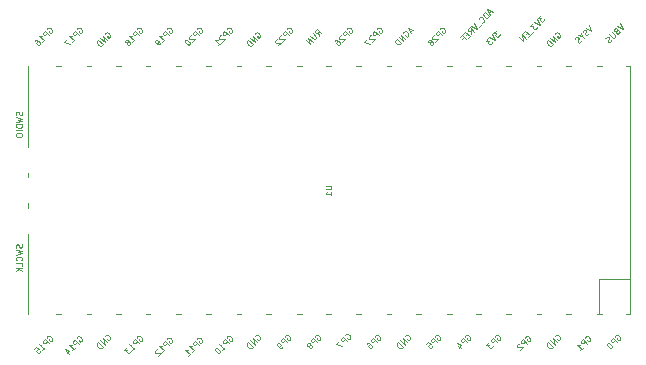
<source format=gbr>
%TF.GenerationSoftware,KiCad,Pcbnew,7.0.9-7.0.9~ubuntu22.04.1*%
%TF.CreationDate,2023-12-10T20:03:09+01:00*%
%TF.ProjectId,door_if4_usb.v2,646f6f72-5f69-4663-945f-7573622e7632,rev?*%
%TF.SameCoordinates,Original*%
%TF.FileFunction,Legend,Bot*%
%TF.FilePolarity,Positive*%
%FSLAX46Y46*%
G04 Gerber Fmt 4.6, Leading zero omitted, Abs format (unit mm)*
G04 Created by KiCad (PCBNEW 7.0.9-7.0.9~ubuntu22.04.1) date 2023-12-10 20:03:09*
%MOMM*%
%LPD*%
G01*
G04 APERTURE LIST*
%ADD10C,0.100000*%
%ADD11C,0.125000*%
%ADD12C,0.120000*%
%ADD13C,2.000000*%
%ADD14C,3.200000*%
%ADD15O,1.800000X1.800000*%
%ADD16O,1.500000X1.500000*%
%ADD17R,1.700000X3.500000*%
%ADD18R,3.500000X1.700000*%
G04 APERTURE END LIST*
D10*
X123726109Y-120344047D02*
X124130871Y-120344047D01*
X124130871Y-120344047D02*
X124178490Y-120367857D01*
X124178490Y-120367857D02*
X124202300Y-120391666D01*
X124202300Y-120391666D02*
X124226109Y-120439285D01*
X124226109Y-120439285D02*
X124226109Y-120534523D01*
X124226109Y-120534523D02*
X124202300Y-120582142D01*
X124202300Y-120582142D02*
X124178490Y-120605952D01*
X124178490Y-120605952D02*
X124130871Y-120629761D01*
X124130871Y-120629761D02*
X123726109Y-120629761D01*
X124226109Y-121129762D02*
X124226109Y-120844048D01*
X124226109Y-120986905D02*
X123726109Y-120986905D01*
X123726109Y-120986905D02*
X123797538Y-120939286D01*
X123797538Y-120939286D02*
X123845157Y-120891667D01*
X123845157Y-120891667D02*
X123868966Y-120844048D01*
D11*
X143141621Y-107477872D02*
X143158456Y-107427365D01*
X143158456Y-107427365D02*
X143208964Y-107376857D01*
X143208964Y-107376857D02*
X143276308Y-107343185D01*
X143276308Y-107343185D02*
X143343651Y-107343185D01*
X143343651Y-107343185D02*
X143394159Y-107360021D01*
X143394159Y-107360021D02*
X143478338Y-107410529D01*
X143478338Y-107410529D02*
X143528846Y-107461036D01*
X143528846Y-107461036D02*
X143579353Y-107545216D01*
X143579353Y-107545216D02*
X143596189Y-107595723D01*
X143596189Y-107595723D02*
X143596189Y-107663067D01*
X143596189Y-107663067D02*
X143562517Y-107730410D01*
X143562517Y-107730410D02*
X143528846Y-107764082D01*
X143528846Y-107764082D02*
X143461502Y-107797754D01*
X143461502Y-107797754D02*
X143427830Y-107797754D01*
X143427830Y-107797754D02*
X143309979Y-107679903D01*
X143309979Y-107679903D02*
X143377323Y-107612559D01*
X143309979Y-107982948D02*
X142956426Y-107629395D01*
X142956426Y-107629395D02*
X143107949Y-108184979D01*
X143107949Y-108184979D02*
X142754395Y-107831426D01*
X142939590Y-108353338D02*
X142586036Y-107999785D01*
X142586036Y-107999785D02*
X142501857Y-108083964D01*
X142501857Y-108083964D02*
X142468185Y-108151308D01*
X142468185Y-108151308D02*
X142468185Y-108218651D01*
X142468185Y-108218651D02*
X142485021Y-108269159D01*
X142485021Y-108269159D02*
X142535529Y-108353338D01*
X142535529Y-108353338D02*
X142586036Y-108403846D01*
X142586036Y-108403846D02*
X142670216Y-108454353D01*
X142670216Y-108454353D02*
X142720723Y-108471189D01*
X142720723Y-108471189D02*
X142788067Y-108471189D01*
X142788067Y-108471189D02*
X142855410Y-108437517D01*
X142855410Y-108437517D02*
X142939590Y-108353338D01*
X148653591Y-106582230D02*
X148889293Y-107053634D01*
X148889293Y-107053634D02*
X148417889Y-106817932D01*
X148350546Y-107221993D02*
X148316874Y-107289336D01*
X148316874Y-107289336D02*
X148316874Y-107323008D01*
X148316874Y-107323008D02*
X148333710Y-107373516D01*
X148333710Y-107373516D02*
X148384217Y-107424023D01*
X148384217Y-107424023D02*
X148434725Y-107440859D01*
X148434725Y-107440859D02*
X148468397Y-107440859D01*
X148468397Y-107440859D02*
X148518904Y-107424023D01*
X148518904Y-107424023D02*
X148653591Y-107289336D01*
X148653591Y-107289336D02*
X148300038Y-106935783D01*
X148300038Y-106935783D02*
X148182187Y-107053634D01*
X148182187Y-107053634D02*
X148165351Y-107104142D01*
X148165351Y-107104142D02*
X148165351Y-107137813D01*
X148165351Y-107137813D02*
X148182187Y-107188321D01*
X148182187Y-107188321D02*
X148215859Y-107221993D01*
X148215859Y-107221993D02*
X148266366Y-107238829D01*
X148266366Y-107238829D02*
X148300038Y-107238829D01*
X148300038Y-107238829D02*
X148350546Y-107221993D01*
X148350546Y-107221993D02*
X148468397Y-107104142D01*
X147946485Y-107289336D02*
X148232695Y-107575546D01*
X148232695Y-107575546D02*
X148249530Y-107626054D01*
X148249530Y-107626054D02*
X148249530Y-107659725D01*
X148249530Y-107659725D02*
X148232695Y-107710233D01*
X148232695Y-107710233D02*
X148165351Y-107777577D01*
X148165351Y-107777577D02*
X148114843Y-107794412D01*
X148114843Y-107794412D02*
X148081172Y-107794412D01*
X148081172Y-107794412D02*
X148030664Y-107777577D01*
X148030664Y-107777577D02*
X147744454Y-107491367D01*
X147929648Y-107979607D02*
X147895977Y-108046951D01*
X147895977Y-108046951D02*
X147811797Y-108131130D01*
X147811797Y-108131130D02*
X147761290Y-108147966D01*
X147761290Y-108147966D02*
X147727618Y-108147966D01*
X147727618Y-108147966D02*
X147677110Y-108131130D01*
X147677110Y-108131130D02*
X147643439Y-108097459D01*
X147643439Y-108097459D02*
X147626603Y-108046951D01*
X147626603Y-108046951D02*
X147626603Y-108013279D01*
X147626603Y-108013279D02*
X147643439Y-107962772D01*
X147643439Y-107962772D02*
X147693946Y-107878592D01*
X147693946Y-107878592D02*
X147710782Y-107828085D01*
X147710782Y-107828085D02*
X147710782Y-107794413D01*
X147710782Y-107794413D02*
X147693946Y-107743905D01*
X147693946Y-107743905D02*
X147660274Y-107710233D01*
X147660274Y-107710233D02*
X147609767Y-107693398D01*
X147609767Y-107693398D02*
X147576095Y-107693398D01*
X147576095Y-107693398D02*
X147525587Y-107710233D01*
X147525587Y-107710233D02*
X147441408Y-107794413D01*
X147441408Y-107794413D02*
X147407736Y-107861756D01*
X128043143Y-107072350D02*
X128059979Y-107021842D01*
X128059979Y-107021842D02*
X128110486Y-106971335D01*
X128110486Y-106971335D02*
X128177830Y-106937663D01*
X128177830Y-106937663D02*
X128245173Y-106937663D01*
X128245173Y-106937663D02*
X128295681Y-106954499D01*
X128295681Y-106954499D02*
X128379860Y-107005006D01*
X128379860Y-107005006D02*
X128430368Y-107055514D01*
X128430368Y-107055514D02*
X128480876Y-107139693D01*
X128480876Y-107139693D02*
X128497712Y-107190201D01*
X128497712Y-107190201D02*
X128497712Y-107257544D01*
X128497712Y-107257544D02*
X128464040Y-107324888D01*
X128464040Y-107324888D02*
X128430368Y-107358560D01*
X128430368Y-107358560D02*
X128363025Y-107392231D01*
X128363025Y-107392231D02*
X128329353Y-107392231D01*
X128329353Y-107392231D02*
X128211502Y-107274380D01*
X128211502Y-107274380D02*
X128278845Y-107207037D01*
X128211502Y-107577426D02*
X127857948Y-107223873D01*
X127857948Y-107223873D02*
X127723261Y-107358560D01*
X127723261Y-107358560D02*
X127706425Y-107409067D01*
X127706425Y-107409067D02*
X127706425Y-107442739D01*
X127706425Y-107442739D02*
X127723261Y-107493247D01*
X127723261Y-107493247D02*
X127773769Y-107543754D01*
X127773769Y-107543754D02*
X127824276Y-107560590D01*
X127824276Y-107560590D02*
X127857948Y-107560590D01*
X127857948Y-107560590D02*
X127908456Y-107543754D01*
X127908456Y-107543754D02*
X128043143Y-107409067D01*
X127554902Y-107594262D02*
X127521231Y-107594262D01*
X127521231Y-107594262D02*
X127470723Y-107611098D01*
X127470723Y-107611098D02*
X127386544Y-107695277D01*
X127386544Y-107695277D02*
X127369708Y-107745785D01*
X127369708Y-107745785D02*
X127369708Y-107779457D01*
X127369708Y-107779457D02*
X127386544Y-107829964D01*
X127386544Y-107829964D02*
X127420215Y-107863636D01*
X127420215Y-107863636D02*
X127487559Y-107897308D01*
X127487559Y-107897308D02*
X127891620Y-107897308D01*
X127891620Y-107897308D02*
X127672754Y-108116174D01*
X127201349Y-107880471D02*
X126965647Y-108116174D01*
X126965647Y-108116174D02*
X127470723Y-108318204D01*
X148204784Y-133094708D02*
X148221620Y-133044201D01*
X148221620Y-133044201D02*
X148272128Y-132993693D01*
X148272128Y-132993693D02*
X148339471Y-132960021D01*
X148339471Y-132960021D02*
X148406815Y-132960021D01*
X148406815Y-132960021D02*
X148457322Y-132976857D01*
X148457322Y-132976857D02*
X148541502Y-133027365D01*
X148541502Y-133027365D02*
X148592009Y-133077872D01*
X148592009Y-133077872D02*
X148642517Y-133162052D01*
X148642517Y-133162052D02*
X148659353Y-133212559D01*
X148659353Y-133212559D02*
X148659353Y-133279903D01*
X148659353Y-133279903D02*
X148625681Y-133347246D01*
X148625681Y-133347246D02*
X148592009Y-133380918D01*
X148592009Y-133380918D02*
X148524666Y-133414590D01*
X148524666Y-133414590D02*
X148490994Y-133414590D01*
X148490994Y-133414590D02*
X148373143Y-133296739D01*
X148373143Y-133296739D02*
X148440487Y-133229395D01*
X148373143Y-133599785D02*
X148019590Y-133246231D01*
X148019590Y-133246231D02*
X147884903Y-133380918D01*
X147884903Y-133380918D02*
X147868067Y-133431426D01*
X147868067Y-133431426D02*
X147868067Y-133465098D01*
X147868067Y-133465098D02*
X147884903Y-133515605D01*
X147884903Y-133515605D02*
X147935410Y-133566113D01*
X147935410Y-133566113D02*
X147985918Y-133582949D01*
X147985918Y-133582949D02*
X148019590Y-133582949D01*
X148019590Y-133582949D02*
X148070097Y-133566113D01*
X148070097Y-133566113D02*
X148204784Y-133431426D01*
X147598693Y-133667128D02*
X147565021Y-133700800D01*
X147565021Y-133700800D02*
X147548185Y-133751308D01*
X147548185Y-133751308D02*
X147548185Y-133784979D01*
X147548185Y-133784979D02*
X147565021Y-133835487D01*
X147565021Y-133835487D02*
X147615529Y-133919666D01*
X147615529Y-133919666D02*
X147699708Y-134003846D01*
X147699708Y-134003846D02*
X147783887Y-134054353D01*
X147783887Y-134054353D02*
X147834395Y-134071189D01*
X147834395Y-134071189D02*
X147868067Y-134071189D01*
X147868067Y-134071189D02*
X147918574Y-134054353D01*
X147918574Y-134054353D02*
X147952246Y-134020682D01*
X147952246Y-134020682D02*
X147969082Y-133970174D01*
X147969082Y-133970174D02*
X147969082Y-133936502D01*
X147969082Y-133936502D02*
X147952246Y-133885995D01*
X147952246Y-133885995D02*
X147901739Y-133801815D01*
X147901739Y-133801815D02*
X147817559Y-133717636D01*
X147817559Y-133717636D02*
X147733380Y-133667128D01*
X147733380Y-133667128D02*
X147682872Y-133650292D01*
X147682872Y-133650292D02*
X147649200Y-133650292D01*
X147649200Y-133650292D02*
X147598693Y-133667128D01*
X105041621Y-107477872D02*
X105058456Y-107427365D01*
X105058456Y-107427365D02*
X105108964Y-107376857D01*
X105108964Y-107376857D02*
X105176308Y-107343185D01*
X105176308Y-107343185D02*
X105243651Y-107343185D01*
X105243651Y-107343185D02*
X105294159Y-107360021D01*
X105294159Y-107360021D02*
X105378338Y-107410529D01*
X105378338Y-107410529D02*
X105428846Y-107461036D01*
X105428846Y-107461036D02*
X105479353Y-107545216D01*
X105479353Y-107545216D02*
X105496189Y-107595723D01*
X105496189Y-107595723D02*
X105496189Y-107663067D01*
X105496189Y-107663067D02*
X105462517Y-107730410D01*
X105462517Y-107730410D02*
X105428846Y-107764082D01*
X105428846Y-107764082D02*
X105361502Y-107797754D01*
X105361502Y-107797754D02*
X105327830Y-107797754D01*
X105327830Y-107797754D02*
X105209979Y-107679903D01*
X105209979Y-107679903D02*
X105277323Y-107612559D01*
X105209979Y-107982948D02*
X104856426Y-107629395D01*
X104856426Y-107629395D02*
X105007949Y-108184979D01*
X105007949Y-108184979D02*
X104654395Y-107831426D01*
X104839590Y-108353338D02*
X104486036Y-107999785D01*
X104486036Y-107999785D02*
X104401857Y-108083964D01*
X104401857Y-108083964D02*
X104368185Y-108151308D01*
X104368185Y-108151308D02*
X104368185Y-108218651D01*
X104368185Y-108218651D02*
X104385021Y-108269159D01*
X104385021Y-108269159D02*
X104435529Y-108353338D01*
X104435529Y-108353338D02*
X104486036Y-108403846D01*
X104486036Y-108403846D02*
X104570216Y-108454353D01*
X104570216Y-108454353D02*
X104620723Y-108471189D01*
X104620723Y-108471189D02*
X104688067Y-108471189D01*
X104688067Y-108471189D02*
X104755410Y-108437517D01*
X104755410Y-108437517D02*
X104839590Y-108353338D01*
X146001501Y-106724320D02*
X146237204Y-107195724D01*
X146237204Y-107195724D02*
X145765799Y-106960022D01*
X146001502Y-107397754D02*
X145967830Y-107465098D01*
X145967830Y-107465098D02*
X145883651Y-107549277D01*
X145883651Y-107549277D02*
X145833143Y-107566113D01*
X145833143Y-107566113D02*
X145799471Y-107566113D01*
X145799471Y-107566113D02*
X145748964Y-107549277D01*
X145748964Y-107549277D02*
X145715292Y-107515605D01*
X145715292Y-107515605D02*
X145698456Y-107465098D01*
X145698456Y-107465098D02*
X145698456Y-107431426D01*
X145698456Y-107431426D02*
X145715292Y-107380918D01*
X145715292Y-107380918D02*
X145765799Y-107296739D01*
X145765799Y-107296739D02*
X145782635Y-107246231D01*
X145782635Y-107246231D02*
X145782635Y-107212560D01*
X145782635Y-107212560D02*
X145765799Y-107162052D01*
X145765799Y-107162052D02*
X145732128Y-107128380D01*
X145732128Y-107128380D02*
X145681620Y-107111544D01*
X145681620Y-107111544D02*
X145647948Y-107111544D01*
X145647948Y-107111544D02*
X145597441Y-107128380D01*
X145597441Y-107128380D02*
X145513261Y-107212560D01*
X145513261Y-107212560D02*
X145479589Y-107279903D01*
X145429082Y-107667128D02*
X145597441Y-107835487D01*
X145361739Y-107364082D02*
X145429082Y-107667128D01*
X145429082Y-107667128D02*
X145126036Y-107599784D01*
X145361739Y-108037517D02*
X145328067Y-108104860D01*
X145328067Y-108104860D02*
X145243888Y-108189040D01*
X145243888Y-108189040D02*
X145193380Y-108205876D01*
X145193380Y-108205876D02*
X145159708Y-108205876D01*
X145159708Y-108205876D02*
X145109201Y-108189040D01*
X145109201Y-108189040D02*
X145075529Y-108155368D01*
X145075529Y-108155368D02*
X145058693Y-108104860D01*
X145058693Y-108104860D02*
X145058693Y-108071189D01*
X145058693Y-108071189D02*
X145075529Y-108020681D01*
X145075529Y-108020681D02*
X145126037Y-107936502D01*
X145126037Y-107936502D02*
X145142873Y-107885994D01*
X145142873Y-107885994D02*
X145142873Y-107852322D01*
X145142873Y-107852322D02*
X145126037Y-107801815D01*
X145126037Y-107801815D02*
X145092365Y-107768143D01*
X145092365Y-107768143D02*
X145041857Y-107751307D01*
X145041857Y-107751307D02*
X145008186Y-107751307D01*
X145008186Y-107751307D02*
X144957678Y-107768143D01*
X144957678Y-107768143D02*
X144873499Y-107852322D01*
X144873499Y-107852322D02*
X144839827Y-107919666D01*
X117741621Y-133077872D02*
X117758456Y-133027365D01*
X117758456Y-133027365D02*
X117808964Y-132976857D01*
X117808964Y-132976857D02*
X117876308Y-132943185D01*
X117876308Y-132943185D02*
X117943651Y-132943185D01*
X117943651Y-132943185D02*
X117994159Y-132960021D01*
X117994159Y-132960021D02*
X118078338Y-133010529D01*
X118078338Y-133010529D02*
X118128846Y-133061036D01*
X118128846Y-133061036D02*
X118179353Y-133145216D01*
X118179353Y-133145216D02*
X118196189Y-133195723D01*
X118196189Y-133195723D02*
X118196189Y-133263067D01*
X118196189Y-133263067D02*
X118162517Y-133330410D01*
X118162517Y-133330410D02*
X118128846Y-133364082D01*
X118128846Y-133364082D02*
X118061502Y-133397754D01*
X118061502Y-133397754D02*
X118027830Y-133397754D01*
X118027830Y-133397754D02*
X117909979Y-133279903D01*
X117909979Y-133279903D02*
X117977323Y-133212559D01*
X117909979Y-133582948D02*
X117556426Y-133229395D01*
X117556426Y-133229395D02*
X117707949Y-133784979D01*
X117707949Y-133784979D02*
X117354395Y-133431426D01*
X117539590Y-133953338D02*
X117186036Y-133599785D01*
X117186036Y-133599785D02*
X117101857Y-133683964D01*
X117101857Y-133683964D02*
X117068185Y-133751308D01*
X117068185Y-133751308D02*
X117068185Y-133818651D01*
X117068185Y-133818651D02*
X117085021Y-133869159D01*
X117085021Y-133869159D02*
X117135529Y-133953338D01*
X117135529Y-133953338D02*
X117186036Y-134003846D01*
X117186036Y-134003846D02*
X117270216Y-134054353D01*
X117270216Y-134054353D02*
X117320723Y-134071189D01*
X117320723Y-134071189D02*
X117388067Y-134071189D01*
X117388067Y-134071189D02*
X117455410Y-134037517D01*
X117455410Y-134037517D02*
X117539590Y-133953338D01*
X127884784Y-133094708D02*
X127901620Y-133044201D01*
X127901620Y-133044201D02*
X127952128Y-132993693D01*
X127952128Y-132993693D02*
X128019471Y-132960021D01*
X128019471Y-132960021D02*
X128086815Y-132960021D01*
X128086815Y-132960021D02*
X128137322Y-132976857D01*
X128137322Y-132976857D02*
X128221502Y-133027365D01*
X128221502Y-133027365D02*
X128272009Y-133077872D01*
X128272009Y-133077872D02*
X128322517Y-133162052D01*
X128322517Y-133162052D02*
X128339353Y-133212559D01*
X128339353Y-133212559D02*
X128339353Y-133279903D01*
X128339353Y-133279903D02*
X128305681Y-133347246D01*
X128305681Y-133347246D02*
X128272009Y-133380918D01*
X128272009Y-133380918D02*
X128204666Y-133414590D01*
X128204666Y-133414590D02*
X128170994Y-133414590D01*
X128170994Y-133414590D02*
X128053143Y-133296739D01*
X128053143Y-133296739D02*
X128120487Y-133229395D01*
X128053143Y-133599785D02*
X127699590Y-133246231D01*
X127699590Y-133246231D02*
X127564903Y-133380918D01*
X127564903Y-133380918D02*
X127548067Y-133431426D01*
X127548067Y-133431426D02*
X127548067Y-133465098D01*
X127548067Y-133465098D02*
X127564903Y-133515605D01*
X127564903Y-133515605D02*
X127615410Y-133566113D01*
X127615410Y-133566113D02*
X127665918Y-133582949D01*
X127665918Y-133582949D02*
X127699590Y-133582949D01*
X127699590Y-133582949D02*
X127750097Y-133566113D01*
X127750097Y-133566113D02*
X127884784Y-133431426D01*
X127194513Y-133751308D02*
X127261857Y-133683964D01*
X127261857Y-133683964D02*
X127312365Y-133667128D01*
X127312365Y-133667128D02*
X127346036Y-133667128D01*
X127346036Y-133667128D02*
X127430216Y-133683964D01*
X127430216Y-133683964D02*
X127514395Y-133734472D01*
X127514395Y-133734472D02*
X127649082Y-133869159D01*
X127649082Y-133869159D02*
X127665918Y-133919666D01*
X127665918Y-133919666D02*
X127665918Y-133953338D01*
X127665918Y-133953338D02*
X127649082Y-134003846D01*
X127649082Y-134003846D02*
X127581739Y-134071189D01*
X127581739Y-134071189D02*
X127531231Y-134088025D01*
X127531231Y-134088025D02*
X127497559Y-134088025D01*
X127497559Y-134088025D02*
X127447052Y-134071189D01*
X127447052Y-134071189D02*
X127362872Y-133987010D01*
X127362872Y-133987010D02*
X127346036Y-133936502D01*
X127346036Y-133936502D02*
X127346036Y-133902830D01*
X127346036Y-133902830D02*
X127362872Y-133852323D01*
X127362872Y-133852323D02*
X127430216Y-133784979D01*
X127430216Y-133784979D02*
X127480723Y-133768143D01*
X127480723Y-133768143D02*
X127514395Y-133768143D01*
X127514395Y-133768143D02*
X127564903Y-133784979D01*
X107733143Y-107072350D02*
X107749979Y-107021842D01*
X107749979Y-107021842D02*
X107800486Y-106971335D01*
X107800486Y-106971335D02*
X107867830Y-106937663D01*
X107867830Y-106937663D02*
X107935173Y-106937663D01*
X107935173Y-106937663D02*
X107985681Y-106954499D01*
X107985681Y-106954499D02*
X108069860Y-107005006D01*
X108069860Y-107005006D02*
X108120368Y-107055514D01*
X108120368Y-107055514D02*
X108170876Y-107139693D01*
X108170876Y-107139693D02*
X108187712Y-107190201D01*
X108187712Y-107190201D02*
X108187712Y-107257544D01*
X108187712Y-107257544D02*
X108154040Y-107324888D01*
X108154040Y-107324888D02*
X108120368Y-107358560D01*
X108120368Y-107358560D02*
X108053025Y-107392231D01*
X108053025Y-107392231D02*
X108019353Y-107392231D01*
X108019353Y-107392231D02*
X107901502Y-107274380D01*
X107901502Y-107274380D02*
X107968845Y-107207037D01*
X107901502Y-107577426D02*
X107547948Y-107223873D01*
X107547948Y-107223873D02*
X107413261Y-107358560D01*
X107413261Y-107358560D02*
X107396425Y-107409067D01*
X107396425Y-107409067D02*
X107396425Y-107442739D01*
X107396425Y-107442739D02*
X107413261Y-107493247D01*
X107413261Y-107493247D02*
X107463769Y-107543754D01*
X107463769Y-107543754D02*
X107514276Y-107560590D01*
X107514276Y-107560590D02*
X107547948Y-107560590D01*
X107547948Y-107560590D02*
X107598456Y-107543754D01*
X107598456Y-107543754D02*
X107733143Y-107409067D01*
X107362754Y-108116174D02*
X107564784Y-107914144D01*
X107463769Y-108015159D02*
X107110215Y-107661605D01*
X107110215Y-107661605D02*
X107194395Y-107678441D01*
X107194395Y-107678441D02*
X107261738Y-107678441D01*
X107261738Y-107678441D02*
X107312246Y-107661605D01*
X106958693Y-108116174D02*
X106975529Y-108065666D01*
X106975529Y-108065666D02*
X106975529Y-108031994D01*
X106975529Y-108031994D02*
X106958693Y-107981487D01*
X106958693Y-107981487D02*
X106941857Y-107964651D01*
X106941857Y-107964651D02*
X106891349Y-107947815D01*
X106891349Y-107947815D02*
X106857678Y-107947815D01*
X106857678Y-107947815D02*
X106807170Y-107964651D01*
X106807170Y-107964651D02*
X106739827Y-108031994D01*
X106739827Y-108031994D02*
X106722991Y-108082502D01*
X106722991Y-108082502D02*
X106722991Y-108116174D01*
X106722991Y-108116174D02*
X106739827Y-108166681D01*
X106739827Y-108166681D02*
X106756662Y-108183517D01*
X106756662Y-108183517D02*
X106807170Y-108200353D01*
X106807170Y-108200353D02*
X106840842Y-108200353D01*
X106840842Y-108200353D02*
X106891349Y-108183517D01*
X106891349Y-108183517D02*
X106958693Y-108116174D01*
X106958693Y-108116174D02*
X107009201Y-108099338D01*
X107009201Y-108099338D02*
X107042872Y-108099338D01*
X107042872Y-108099338D02*
X107093380Y-108116174D01*
X107093380Y-108116174D02*
X107160723Y-108183517D01*
X107160723Y-108183517D02*
X107177559Y-108234025D01*
X107177559Y-108234025D02*
X107177559Y-108267697D01*
X107177559Y-108267697D02*
X107160723Y-108318204D01*
X107160723Y-108318204D02*
X107093380Y-108385548D01*
X107093380Y-108385548D02*
X107042872Y-108402384D01*
X107042872Y-108402384D02*
X107009201Y-108402384D01*
X107009201Y-108402384D02*
X106958693Y-108385548D01*
X106958693Y-108385548D02*
X106891349Y-108318204D01*
X106891349Y-108318204D02*
X106874514Y-108267697D01*
X106874514Y-108267697D02*
X106874514Y-108234025D01*
X106874514Y-108234025D02*
X106891349Y-108183517D01*
X110273143Y-133326350D02*
X110289979Y-133275842D01*
X110289979Y-133275842D02*
X110340486Y-133225335D01*
X110340486Y-133225335D02*
X110407830Y-133191663D01*
X110407830Y-133191663D02*
X110475173Y-133191663D01*
X110475173Y-133191663D02*
X110525681Y-133208499D01*
X110525681Y-133208499D02*
X110609860Y-133259006D01*
X110609860Y-133259006D02*
X110660368Y-133309514D01*
X110660368Y-133309514D02*
X110710876Y-133393693D01*
X110710876Y-133393693D02*
X110727712Y-133444201D01*
X110727712Y-133444201D02*
X110727712Y-133511544D01*
X110727712Y-133511544D02*
X110694040Y-133578888D01*
X110694040Y-133578888D02*
X110660368Y-133612560D01*
X110660368Y-133612560D02*
X110593025Y-133646231D01*
X110593025Y-133646231D02*
X110559353Y-133646231D01*
X110559353Y-133646231D02*
X110441502Y-133528380D01*
X110441502Y-133528380D02*
X110508845Y-133461037D01*
X110441502Y-133831426D02*
X110087948Y-133477873D01*
X110087948Y-133477873D02*
X109953261Y-133612560D01*
X109953261Y-133612560D02*
X109936425Y-133663067D01*
X109936425Y-133663067D02*
X109936425Y-133696739D01*
X109936425Y-133696739D02*
X109953261Y-133747247D01*
X109953261Y-133747247D02*
X110003769Y-133797754D01*
X110003769Y-133797754D02*
X110054276Y-133814590D01*
X110054276Y-133814590D02*
X110087948Y-133814590D01*
X110087948Y-133814590D02*
X110138456Y-133797754D01*
X110138456Y-133797754D02*
X110273143Y-133663067D01*
X109902754Y-134370174D02*
X110104784Y-134168144D01*
X110003769Y-134269159D02*
X109650215Y-133915605D01*
X109650215Y-133915605D02*
X109734395Y-133932441D01*
X109734395Y-133932441D02*
X109801738Y-133932441D01*
X109801738Y-133932441D02*
X109852246Y-133915605D01*
X109448185Y-134184979D02*
X109414514Y-134184979D01*
X109414514Y-134184979D02*
X109364006Y-134201815D01*
X109364006Y-134201815D02*
X109279827Y-134285994D01*
X109279827Y-134285994D02*
X109262991Y-134336502D01*
X109262991Y-134336502D02*
X109262991Y-134370174D01*
X109262991Y-134370174D02*
X109279827Y-134420681D01*
X109279827Y-134420681D02*
X109313498Y-134454353D01*
X109313498Y-134454353D02*
X109380842Y-134488025D01*
X109380842Y-134488025D02*
X109784903Y-134488025D01*
X109784903Y-134488025D02*
X109566036Y-134706891D01*
X138143142Y-107192679D02*
X137924276Y-107411545D01*
X137924276Y-107411545D02*
X138176814Y-107428381D01*
X138176814Y-107428381D02*
X138126306Y-107478888D01*
X138126306Y-107478888D02*
X138109471Y-107529396D01*
X138109471Y-107529396D02*
X138109471Y-107563068D01*
X138109471Y-107563068D02*
X138126306Y-107613575D01*
X138126306Y-107613575D02*
X138210486Y-107697755D01*
X138210486Y-107697755D02*
X138260994Y-107714591D01*
X138260994Y-107714591D02*
X138294665Y-107714591D01*
X138294665Y-107714591D02*
X138345173Y-107697755D01*
X138345173Y-107697755D02*
X138446188Y-107596740D01*
X138446188Y-107596740D02*
X138463024Y-107546232D01*
X138463024Y-107546232D02*
X138463024Y-107512560D01*
X137823261Y-107512560D02*
X138058963Y-107983964D01*
X138058963Y-107983964D02*
X137587559Y-107748262D01*
X137503380Y-107832441D02*
X137284513Y-108051308D01*
X137284513Y-108051308D02*
X137537051Y-108068143D01*
X137537051Y-108068143D02*
X137486544Y-108118651D01*
X137486544Y-108118651D02*
X137469708Y-108169159D01*
X137469708Y-108169159D02*
X137469708Y-108202830D01*
X137469708Y-108202830D02*
X137486544Y-108253338D01*
X137486544Y-108253338D02*
X137570723Y-108337517D01*
X137570723Y-108337517D02*
X137621231Y-108354353D01*
X137621231Y-108354353D02*
X137654903Y-108354353D01*
X137654903Y-108354353D02*
X137705410Y-108337517D01*
X137705410Y-108337517D02*
X137806426Y-108236502D01*
X137806426Y-108236502D02*
X137823261Y-108185995D01*
X137823261Y-108185995D02*
X137823261Y-108152323D01*
X98001000Y-114065476D02*
X98024809Y-114136904D01*
X98024809Y-114136904D02*
X98024809Y-114255952D01*
X98024809Y-114255952D02*
X98001000Y-114303571D01*
X98001000Y-114303571D02*
X97977190Y-114327380D01*
X97977190Y-114327380D02*
X97929571Y-114351190D01*
X97929571Y-114351190D02*
X97881952Y-114351190D01*
X97881952Y-114351190D02*
X97834333Y-114327380D01*
X97834333Y-114327380D02*
X97810523Y-114303571D01*
X97810523Y-114303571D02*
X97786714Y-114255952D01*
X97786714Y-114255952D02*
X97762904Y-114160714D01*
X97762904Y-114160714D02*
X97739095Y-114113095D01*
X97739095Y-114113095D02*
X97715285Y-114089285D01*
X97715285Y-114089285D02*
X97667666Y-114065476D01*
X97667666Y-114065476D02*
X97620047Y-114065476D01*
X97620047Y-114065476D02*
X97572428Y-114089285D01*
X97572428Y-114089285D02*
X97548619Y-114113095D01*
X97548619Y-114113095D02*
X97524809Y-114160714D01*
X97524809Y-114160714D02*
X97524809Y-114279761D01*
X97524809Y-114279761D02*
X97548619Y-114351190D01*
X97524809Y-114517856D02*
X98024809Y-114636904D01*
X98024809Y-114636904D02*
X97667666Y-114732142D01*
X97667666Y-114732142D02*
X98024809Y-114827380D01*
X98024809Y-114827380D02*
X97524809Y-114946428D01*
X98024809Y-115136904D02*
X97524809Y-115136904D01*
X97524809Y-115136904D02*
X97524809Y-115255952D01*
X97524809Y-115255952D02*
X97548619Y-115327380D01*
X97548619Y-115327380D02*
X97596238Y-115374999D01*
X97596238Y-115374999D02*
X97643857Y-115398809D01*
X97643857Y-115398809D02*
X97739095Y-115422618D01*
X97739095Y-115422618D02*
X97810523Y-115422618D01*
X97810523Y-115422618D02*
X97905761Y-115398809D01*
X97905761Y-115398809D02*
X97953380Y-115374999D01*
X97953380Y-115374999D02*
X98001000Y-115327380D01*
X98001000Y-115327380D02*
X98024809Y-115255952D01*
X98024809Y-115255952D02*
X98024809Y-115136904D01*
X98024809Y-115636904D02*
X97524809Y-115636904D01*
X97524809Y-115970237D02*
X97524809Y-116065475D01*
X97524809Y-116065475D02*
X97548619Y-116113094D01*
X97548619Y-116113094D02*
X97596238Y-116160713D01*
X97596238Y-116160713D02*
X97691476Y-116184523D01*
X97691476Y-116184523D02*
X97858142Y-116184523D01*
X97858142Y-116184523D02*
X97953380Y-116160713D01*
X97953380Y-116160713D02*
X98001000Y-116113094D01*
X98001000Y-116113094D02*
X98024809Y-116065475D01*
X98024809Y-116065475D02*
X98024809Y-115970237D01*
X98024809Y-115970237D02*
X98001000Y-115922618D01*
X98001000Y-115922618D02*
X97953380Y-115874999D01*
X97953380Y-115874999D02*
X97858142Y-115851190D01*
X97858142Y-115851190D02*
X97691476Y-115851190D01*
X97691476Y-115851190D02*
X97596238Y-115874999D01*
X97596238Y-115874999D02*
X97548619Y-115922618D01*
X97548619Y-115922618D02*
X97524809Y-115970237D01*
X100113143Y-107072350D02*
X100129979Y-107021842D01*
X100129979Y-107021842D02*
X100180486Y-106971335D01*
X100180486Y-106971335D02*
X100247830Y-106937663D01*
X100247830Y-106937663D02*
X100315173Y-106937663D01*
X100315173Y-106937663D02*
X100365681Y-106954499D01*
X100365681Y-106954499D02*
X100449860Y-107005006D01*
X100449860Y-107005006D02*
X100500368Y-107055514D01*
X100500368Y-107055514D02*
X100550876Y-107139693D01*
X100550876Y-107139693D02*
X100567712Y-107190201D01*
X100567712Y-107190201D02*
X100567712Y-107257544D01*
X100567712Y-107257544D02*
X100534040Y-107324888D01*
X100534040Y-107324888D02*
X100500368Y-107358560D01*
X100500368Y-107358560D02*
X100433025Y-107392231D01*
X100433025Y-107392231D02*
X100399353Y-107392231D01*
X100399353Y-107392231D02*
X100281502Y-107274380D01*
X100281502Y-107274380D02*
X100348845Y-107207037D01*
X100281502Y-107577426D02*
X99927948Y-107223873D01*
X99927948Y-107223873D02*
X99793261Y-107358560D01*
X99793261Y-107358560D02*
X99776425Y-107409067D01*
X99776425Y-107409067D02*
X99776425Y-107442739D01*
X99776425Y-107442739D02*
X99793261Y-107493247D01*
X99793261Y-107493247D02*
X99843769Y-107543754D01*
X99843769Y-107543754D02*
X99894276Y-107560590D01*
X99894276Y-107560590D02*
X99927948Y-107560590D01*
X99927948Y-107560590D02*
X99978456Y-107543754D01*
X99978456Y-107543754D02*
X100113143Y-107409067D01*
X99742754Y-108116174D02*
X99944784Y-107914144D01*
X99843769Y-108015159D02*
X99490215Y-107661605D01*
X99490215Y-107661605D02*
X99574395Y-107678441D01*
X99574395Y-107678441D02*
X99641738Y-107678441D01*
X99641738Y-107678441D02*
X99692246Y-107661605D01*
X99086155Y-108065666D02*
X99153498Y-107998323D01*
X99153498Y-107998323D02*
X99204006Y-107981487D01*
X99204006Y-107981487D02*
X99237678Y-107981487D01*
X99237678Y-107981487D02*
X99321857Y-107998323D01*
X99321857Y-107998323D02*
X99406036Y-108048830D01*
X99406036Y-108048830D02*
X99540723Y-108183517D01*
X99540723Y-108183517D02*
X99557559Y-108234025D01*
X99557559Y-108234025D02*
X99557559Y-108267697D01*
X99557559Y-108267697D02*
X99540723Y-108318204D01*
X99540723Y-108318204D02*
X99473380Y-108385548D01*
X99473380Y-108385548D02*
X99422872Y-108402384D01*
X99422872Y-108402384D02*
X99389201Y-108402384D01*
X99389201Y-108402384D02*
X99338693Y-108385548D01*
X99338693Y-108385548D02*
X99254514Y-108301368D01*
X99254514Y-108301368D02*
X99237678Y-108250861D01*
X99237678Y-108250861D02*
X99237678Y-108217189D01*
X99237678Y-108217189D02*
X99254514Y-108166681D01*
X99254514Y-108166681D02*
X99321857Y-108099338D01*
X99321857Y-108099338D02*
X99372365Y-108082502D01*
X99372365Y-108082502D02*
X99406036Y-108082502D01*
X99406036Y-108082502D02*
X99456544Y-108099338D01*
X117741621Y-107477872D02*
X117758456Y-107427365D01*
X117758456Y-107427365D02*
X117808964Y-107376857D01*
X117808964Y-107376857D02*
X117876308Y-107343185D01*
X117876308Y-107343185D02*
X117943651Y-107343185D01*
X117943651Y-107343185D02*
X117994159Y-107360021D01*
X117994159Y-107360021D02*
X118078338Y-107410529D01*
X118078338Y-107410529D02*
X118128846Y-107461036D01*
X118128846Y-107461036D02*
X118179353Y-107545216D01*
X118179353Y-107545216D02*
X118196189Y-107595723D01*
X118196189Y-107595723D02*
X118196189Y-107663067D01*
X118196189Y-107663067D02*
X118162517Y-107730410D01*
X118162517Y-107730410D02*
X118128846Y-107764082D01*
X118128846Y-107764082D02*
X118061502Y-107797754D01*
X118061502Y-107797754D02*
X118027830Y-107797754D01*
X118027830Y-107797754D02*
X117909979Y-107679903D01*
X117909979Y-107679903D02*
X117977323Y-107612559D01*
X117909979Y-107982948D02*
X117556426Y-107629395D01*
X117556426Y-107629395D02*
X117707949Y-108184979D01*
X117707949Y-108184979D02*
X117354395Y-107831426D01*
X117539590Y-108353338D02*
X117186036Y-107999785D01*
X117186036Y-107999785D02*
X117101857Y-108083964D01*
X117101857Y-108083964D02*
X117068185Y-108151308D01*
X117068185Y-108151308D02*
X117068185Y-108218651D01*
X117068185Y-108218651D02*
X117085021Y-108269159D01*
X117085021Y-108269159D02*
X117135529Y-108353338D01*
X117135529Y-108353338D02*
X117186036Y-108403846D01*
X117186036Y-108403846D02*
X117270216Y-108454353D01*
X117270216Y-108454353D02*
X117320723Y-108471189D01*
X117320723Y-108471189D02*
X117388067Y-108471189D01*
X117388067Y-108471189D02*
X117455410Y-108437517D01*
X117455410Y-108437517D02*
X117539590Y-108353338D01*
X115353143Y-133180350D02*
X115369979Y-133129842D01*
X115369979Y-133129842D02*
X115420486Y-133079335D01*
X115420486Y-133079335D02*
X115487830Y-133045663D01*
X115487830Y-133045663D02*
X115555173Y-133045663D01*
X115555173Y-133045663D02*
X115605681Y-133062499D01*
X115605681Y-133062499D02*
X115689860Y-133113006D01*
X115689860Y-133113006D02*
X115740368Y-133163514D01*
X115740368Y-133163514D02*
X115790876Y-133247693D01*
X115790876Y-133247693D02*
X115807712Y-133298201D01*
X115807712Y-133298201D02*
X115807712Y-133365544D01*
X115807712Y-133365544D02*
X115774040Y-133432888D01*
X115774040Y-133432888D02*
X115740368Y-133466560D01*
X115740368Y-133466560D02*
X115673025Y-133500231D01*
X115673025Y-133500231D02*
X115639353Y-133500231D01*
X115639353Y-133500231D02*
X115521502Y-133382380D01*
X115521502Y-133382380D02*
X115588845Y-133315037D01*
X115521502Y-133685426D02*
X115167948Y-133331873D01*
X115167948Y-133331873D02*
X115033261Y-133466560D01*
X115033261Y-133466560D02*
X115016425Y-133517067D01*
X115016425Y-133517067D02*
X115016425Y-133550739D01*
X115016425Y-133550739D02*
X115033261Y-133601247D01*
X115033261Y-133601247D02*
X115083769Y-133651754D01*
X115083769Y-133651754D02*
X115134276Y-133668590D01*
X115134276Y-133668590D02*
X115167948Y-133668590D01*
X115167948Y-133668590D02*
X115218456Y-133651754D01*
X115218456Y-133651754D02*
X115353143Y-133517067D01*
X114982754Y-134224174D02*
X115184784Y-134022144D01*
X115083769Y-134123159D02*
X114730215Y-133769605D01*
X114730215Y-133769605D02*
X114814395Y-133786441D01*
X114814395Y-133786441D02*
X114881738Y-133786441D01*
X114881738Y-133786441D02*
X114932246Y-133769605D01*
X114410334Y-134089487D02*
X114376662Y-134123158D01*
X114376662Y-134123158D02*
X114359827Y-134173666D01*
X114359827Y-134173666D02*
X114359827Y-134207338D01*
X114359827Y-134207338D02*
X114376662Y-134257845D01*
X114376662Y-134257845D02*
X114427170Y-134342025D01*
X114427170Y-134342025D02*
X114511349Y-134426204D01*
X114511349Y-134426204D02*
X114595529Y-134476712D01*
X114595529Y-134476712D02*
X114646036Y-134493548D01*
X114646036Y-134493548D02*
X114679708Y-134493548D01*
X114679708Y-134493548D02*
X114730216Y-134476712D01*
X114730216Y-134476712D02*
X114763888Y-134443040D01*
X114763888Y-134443040D02*
X114780723Y-134392532D01*
X114780723Y-134392532D02*
X114780723Y-134358861D01*
X114780723Y-134358861D02*
X114763888Y-134308353D01*
X114763888Y-134308353D02*
X114713380Y-134224174D01*
X114713380Y-134224174D02*
X114629201Y-134139994D01*
X114629201Y-134139994D02*
X114545021Y-134089487D01*
X114545021Y-134089487D02*
X114494514Y-134072651D01*
X114494514Y-134072651D02*
X114460842Y-134072651D01*
X114460842Y-134072651D02*
X114410334Y-134089487D01*
X131030876Y-107106022D02*
X130862517Y-107274380D01*
X131165563Y-107173365D02*
X130694158Y-106937663D01*
X130694158Y-106937663D02*
X130929860Y-107409067D01*
X130290097Y-107375395D02*
X130306933Y-107324888D01*
X130306933Y-107324888D02*
X130357441Y-107274380D01*
X130357441Y-107274380D02*
X130424784Y-107240708D01*
X130424784Y-107240708D02*
X130492128Y-107240708D01*
X130492128Y-107240708D02*
X130542636Y-107257544D01*
X130542636Y-107257544D02*
X130626815Y-107308052D01*
X130626815Y-107308052D02*
X130677323Y-107358559D01*
X130677323Y-107358559D02*
X130727830Y-107442739D01*
X130727830Y-107442739D02*
X130744666Y-107493246D01*
X130744666Y-107493246D02*
X130744666Y-107560590D01*
X130744666Y-107560590D02*
X130710994Y-107627933D01*
X130710994Y-107627933D02*
X130677323Y-107661605D01*
X130677323Y-107661605D02*
X130609979Y-107695277D01*
X130609979Y-107695277D02*
X130576307Y-107695277D01*
X130576307Y-107695277D02*
X130458456Y-107577426D01*
X130458456Y-107577426D02*
X130525800Y-107510082D01*
X130458456Y-107880471D02*
X130104903Y-107526918D01*
X130104903Y-107526918D02*
X130256426Y-108082502D01*
X130256426Y-108082502D02*
X129902872Y-107728949D01*
X130088067Y-108250861D02*
X129734513Y-107897308D01*
X129734513Y-107897308D02*
X129650334Y-107981487D01*
X129650334Y-107981487D02*
X129616662Y-108048831D01*
X129616662Y-108048831D02*
X129616662Y-108116174D01*
X129616662Y-108116174D02*
X129633498Y-108166682D01*
X129633498Y-108166682D02*
X129684006Y-108250861D01*
X129684006Y-108250861D02*
X129734513Y-108301369D01*
X129734513Y-108301369D02*
X129818693Y-108351876D01*
X129818693Y-108351876D02*
X129869200Y-108368712D01*
X129869200Y-108368712D02*
X129936544Y-108368712D01*
X129936544Y-108368712D02*
X130003887Y-108335040D01*
X130003887Y-108335040D02*
X130088067Y-108250861D01*
X120264784Y-133094708D02*
X120281620Y-133044201D01*
X120281620Y-133044201D02*
X120332128Y-132993693D01*
X120332128Y-132993693D02*
X120399471Y-132960021D01*
X120399471Y-132960021D02*
X120466815Y-132960021D01*
X120466815Y-132960021D02*
X120517322Y-132976857D01*
X120517322Y-132976857D02*
X120601502Y-133027365D01*
X120601502Y-133027365D02*
X120652009Y-133077872D01*
X120652009Y-133077872D02*
X120702517Y-133162052D01*
X120702517Y-133162052D02*
X120719353Y-133212559D01*
X120719353Y-133212559D02*
X120719353Y-133279903D01*
X120719353Y-133279903D02*
X120685681Y-133347246D01*
X120685681Y-133347246D02*
X120652009Y-133380918D01*
X120652009Y-133380918D02*
X120584666Y-133414590D01*
X120584666Y-133414590D02*
X120550994Y-133414590D01*
X120550994Y-133414590D02*
X120433143Y-133296739D01*
X120433143Y-133296739D02*
X120500487Y-133229395D01*
X120433143Y-133599785D02*
X120079590Y-133246231D01*
X120079590Y-133246231D02*
X119944903Y-133380918D01*
X119944903Y-133380918D02*
X119928067Y-133431426D01*
X119928067Y-133431426D02*
X119928067Y-133465098D01*
X119928067Y-133465098D02*
X119944903Y-133515605D01*
X119944903Y-133515605D02*
X119995410Y-133566113D01*
X119995410Y-133566113D02*
X120045918Y-133582949D01*
X120045918Y-133582949D02*
X120079590Y-133582949D01*
X120079590Y-133582949D02*
X120130097Y-133566113D01*
X120130097Y-133566113D02*
X120264784Y-133431426D01*
X120062754Y-133970174D02*
X119995410Y-134037517D01*
X119995410Y-134037517D02*
X119944903Y-134054353D01*
X119944903Y-134054353D02*
X119911231Y-134054353D01*
X119911231Y-134054353D02*
X119827052Y-134037517D01*
X119827052Y-134037517D02*
X119742872Y-133987010D01*
X119742872Y-133987010D02*
X119608185Y-133852323D01*
X119608185Y-133852323D02*
X119591349Y-133801815D01*
X119591349Y-133801815D02*
X119591349Y-133768143D01*
X119591349Y-133768143D02*
X119608185Y-133717636D01*
X119608185Y-133717636D02*
X119675529Y-133650292D01*
X119675529Y-133650292D02*
X119726036Y-133633456D01*
X119726036Y-133633456D02*
X119759708Y-133633456D01*
X119759708Y-133633456D02*
X119810216Y-133650292D01*
X119810216Y-133650292D02*
X119894395Y-133734472D01*
X119894395Y-133734472D02*
X119911231Y-133784979D01*
X119911231Y-133784979D02*
X119911231Y-133818651D01*
X119911231Y-133818651D02*
X119894395Y-133869159D01*
X119894395Y-133869159D02*
X119827052Y-133936502D01*
X119827052Y-133936502D02*
X119776544Y-133953338D01*
X119776544Y-133953338D02*
X119742872Y-133953338D01*
X119742872Y-133953338D02*
X119692365Y-133936502D01*
X125513143Y-107072350D02*
X125529979Y-107021842D01*
X125529979Y-107021842D02*
X125580486Y-106971335D01*
X125580486Y-106971335D02*
X125647830Y-106937663D01*
X125647830Y-106937663D02*
X125715173Y-106937663D01*
X125715173Y-106937663D02*
X125765681Y-106954499D01*
X125765681Y-106954499D02*
X125849860Y-107005006D01*
X125849860Y-107005006D02*
X125900368Y-107055514D01*
X125900368Y-107055514D02*
X125950876Y-107139693D01*
X125950876Y-107139693D02*
X125967712Y-107190201D01*
X125967712Y-107190201D02*
X125967712Y-107257544D01*
X125967712Y-107257544D02*
X125934040Y-107324888D01*
X125934040Y-107324888D02*
X125900368Y-107358560D01*
X125900368Y-107358560D02*
X125833025Y-107392231D01*
X125833025Y-107392231D02*
X125799353Y-107392231D01*
X125799353Y-107392231D02*
X125681502Y-107274380D01*
X125681502Y-107274380D02*
X125748845Y-107207037D01*
X125681502Y-107577426D02*
X125327948Y-107223873D01*
X125327948Y-107223873D02*
X125193261Y-107358560D01*
X125193261Y-107358560D02*
X125176425Y-107409067D01*
X125176425Y-107409067D02*
X125176425Y-107442739D01*
X125176425Y-107442739D02*
X125193261Y-107493247D01*
X125193261Y-107493247D02*
X125243769Y-107543754D01*
X125243769Y-107543754D02*
X125294276Y-107560590D01*
X125294276Y-107560590D02*
X125327948Y-107560590D01*
X125327948Y-107560590D02*
X125378456Y-107543754D01*
X125378456Y-107543754D02*
X125513143Y-107409067D01*
X125024902Y-107594262D02*
X124991231Y-107594262D01*
X124991231Y-107594262D02*
X124940723Y-107611098D01*
X124940723Y-107611098D02*
X124856544Y-107695277D01*
X124856544Y-107695277D02*
X124839708Y-107745785D01*
X124839708Y-107745785D02*
X124839708Y-107779457D01*
X124839708Y-107779457D02*
X124856544Y-107829964D01*
X124856544Y-107829964D02*
X124890215Y-107863636D01*
X124890215Y-107863636D02*
X124957559Y-107897308D01*
X124957559Y-107897308D02*
X125361620Y-107897308D01*
X125361620Y-107897308D02*
X125142754Y-108116174D01*
X124486155Y-108065666D02*
X124553498Y-107998323D01*
X124553498Y-107998323D02*
X124604006Y-107981487D01*
X124604006Y-107981487D02*
X124637678Y-107981487D01*
X124637678Y-107981487D02*
X124721857Y-107998323D01*
X124721857Y-107998323D02*
X124806036Y-108048830D01*
X124806036Y-108048830D02*
X124940723Y-108183517D01*
X124940723Y-108183517D02*
X124957559Y-108234025D01*
X124957559Y-108234025D02*
X124957559Y-108267697D01*
X124957559Y-108267697D02*
X124940723Y-108318204D01*
X124940723Y-108318204D02*
X124873380Y-108385548D01*
X124873380Y-108385548D02*
X124822872Y-108402384D01*
X124822872Y-108402384D02*
X124789201Y-108402384D01*
X124789201Y-108402384D02*
X124738693Y-108385548D01*
X124738693Y-108385548D02*
X124654514Y-108301368D01*
X124654514Y-108301368D02*
X124637678Y-108250861D01*
X124637678Y-108250861D02*
X124637678Y-108217189D01*
X124637678Y-108217189D02*
X124654514Y-108166681D01*
X124654514Y-108166681D02*
X124721857Y-108099338D01*
X124721857Y-108099338D02*
X124772365Y-108082502D01*
X124772365Y-108082502D02*
X124806036Y-108082502D01*
X124806036Y-108082502D02*
X124856544Y-108099338D01*
X110273143Y-107072350D02*
X110289979Y-107021842D01*
X110289979Y-107021842D02*
X110340486Y-106971335D01*
X110340486Y-106971335D02*
X110407830Y-106937663D01*
X110407830Y-106937663D02*
X110475173Y-106937663D01*
X110475173Y-106937663D02*
X110525681Y-106954499D01*
X110525681Y-106954499D02*
X110609860Y-107005006D01*
X110609860Y-107005006D02*
X110660368Y-107055514D01*
X110660368Y-107055514D02*
X110710876Y-107139693D01*
X110710876Y-107139693D02*
X110727712Y-107190201D01*
X110727712Y-107190201D02*
X110727712Y-107257544D01*
X110727712Y-107257544D02*
X110694040Y-107324888D01*
X110694040Y-107324888D02*
X110660368Y-107358560D01*
X110660368Y-107358560D02*
X110593025Y-107392231D01*
X110593025Y-107392231D02*
X110559353Y-107392231D01*
X110559353Y-107392231D02*
X110441502Y-107274380D01*
X110441502Y-107274380D02*
X110508845Y-107207037D01*
X110441502Y-107577426D02*
X110087948Y-107223873D01*
X110087948Y-107223873D02*
X109953261Y-107358560D01*
X109953261Y-107358560D02*
X109936425Y-107409067D01*
X109936425Y-107409067D02*
X109936425Y-107442739D01*
X109936425Y-107442739D02*
X109953261Y-107493247D01*
X109953261Y-107493247D02*
X110003769Y-107543754D01*
X110003769Y-107543754D02*
X110054276Y-107560590D01*
X110054276Y-107560590D02*
X110087948Y-107560590D01*
X110087948Y-107560590D02*
X110138456Y-107543754D01*
X110138456Y-107543754D02*
X110273143Y-107409067D01*
X109902754Y-108116174D02*
X110104784Y-107914144D01*
X110003769Y-108015159D02*
X109650215Y-107661605D01*
X109650215Y-107661605D02*
X109734395Y-107678441D01*
X109734395Y-107678441D02*
X109801738Y-107678441D01*
X109801738Y-107678441D02*
X109852246Y-107661605D01*
X109734395Y-108284532D02*
X109667052Y-108351876D01*
X109667052Y-108351876D02*
X109616544Y-108368712D01*
X109616544Y-108368712D02*
X109582872Y-108368712D01*
X109582872Y-108368712D02*
X109498693Y-108351876D01*
X109498693Y-108351876D02*
X109414514Y-108301368D01*
X109414514Y-108301368D02*
X109279827Y-108166681D01*
X109279827Y-108166681D02*
X109262991Y-108116174D01*
X109262991Y-108116174D02*
X109262991Y-108082502D01*
X109262991Y-108082502D02*
X109279827Y-108031994D01*
X109279827Y-108031994D02*
X109347170Y-107964651D01*
X109347170Y-107964651D02*
X109397678Y-107947815D01*
X109397678Y-107947815D02*
X109431349Y-107947815D01*
X109431349Y-107947815D02*
X109481857Y-107964651D01*
X109481857Y-107964651D02*
X109566036Y-108048830D01*
X109566036Y-108048830D02*
X109582872Y-108099338D01*
X109582872Y-108099338D02*
X109582872Y-108133010D01*
X109582872Y-108133010D02*
X109566036Y-108183517D01*
X109566036Y-108183517D02*
X109498693Y-108250861D01*
X109498693Y-108250861D02*
X109448185Y-108267697D01*
X109448185Y-108267697D02*
X109414514Y-108267697D01*
X109414514Y-108267697D02*
X109364006Y-108250861D01*
X137770131Y-105570766D02*
X137601772Y-105739125D01*
X137904818Y-105638110D02*
X137433414Y-105402407D01*
X137433414Y-105402407D02*
X137669116Y-105873812D01*
X137551265Y-105991663D02*
X137197712Y-105638109D01*
X137197712Y-105638109D02*
X137113532Y-105722289D01*
X137113532Y-105722289D02*
X137079860Y-105789632D01*
X137079860Y-105789632D02*
X137079860Y-105856976D01*
X137079860Y-105856976D02*
X137096696Y-105907483D01*
X137096696Y-105907483D02*
X137147204Y-105991663D01*
X137147204Y-105991663D02*
X137197712Y-106042170D01*
X137197712Y-106042170D02*
X137281891Y-106092678D01*
X137281891Y-106092678D02*
X137332399Y-106109514D01*
X137332399Y-106109514D02*
X137399742Y-106109514D01*
X137399742Y-106109514D02*
X137467086Y-106075842D01*
X137467086Y-106075842D02*
X137551265Y-105991663D01*
X136962009Y-106513575D02*
X136995681Y-106513575D01*
X136995681Y-106513575D02*
X137063025Y-106479903D01*
X137063025Y-106479903D02*
X137096696Y-106446231D01*
X137096696Y-106446231D02*
X137130368Y-106378888D01*
X137130368Y-106378888D02*
X137130368Y-106311544D01*
X137130368Y-106311544D02*
X137113532Y-106261037D01*
X137113532Y-106261037D02*
X137063025Y-106176857D01*
X137063025Y-106176857D02*
X137012517Y-106126350D01*
X137012517Y-106126350D02*
X136928338Y-106075842D01*
X136928338Y-106075842D02*
X136877830Y-106059006D01*
X136877830Y-106059006D02*
X136810486Y-106059006D01*
X136810486Y-106059006D02*
X136743143Y-106092678D01*
X136743143Y-106092678D02*
X136709471Y-106126350D01*
X136709471Y-106126350D02*
X136675799Y-106193693D01*
X136675799Y-106193693D02*
X136675799Y-106227365D01*
X136962009Y-106648262D02*
X136692635Y-106917636D01*
X136271739Y-106564082D02*
X136507441Y-107035487D01*
X136507441Y-107035487D02*
X136036036Y-106799784D01*
X136069708Y-107473219D02*
X136019201Y-107187009D01*
X136271739Y-107271189D02*
X135918186Y-106917635D01*
X135918186Y-106917635D02*
X135783499Y-107052322D01*
X135783499Y-107052322D02*
X135766663Y-107102830D01*
X135766663Y-107102830D02*
X135766663Y-107136502D01*
X135766663Y-107136502D02*
X135783499Y-107187009D01*
X135783499Y-107187009D02*
X135834006Y-107237517D01*
X135834006Y-107237517D02*
X135884514Y-107254353D01*
X135884514Y-107254353D02*
X135918186Y-107254353D01*
X135918186Y-107254353D02*
X135968693Y-107237517D01*
X135968693Y-107237517D02*
X136103380Y-107102830D01*
X135732991Y-107439547D02*
X135615140Y-107557399D01*
X135749827Y-107793101D02*
X135918186Y-107624742D01*
X135918186Y-107624742D02*
X135564632Y-107271189D01*
X135564632Y-107271189D02*
X135396273Y-107439547D01*
X135295258Y-107877280D02*
X135413109Y-107759429D01*
X135598304Y-107944624D02*
X135244751Y-107591070D01*
X135244751Y-107591070D02*
X135076392Y-107759429D01*
X105041621Y-133077872D02*
X105058456Y-133027365D01*
X105058456Y-133027365D02*
X105108964Y-132976857D01*
X105108964Y-132976857D02*
X105176308Y-132943185D01*
X105176308Y-132943185D02*
X105243651Y-132943185D01*
X105243651Y-132943185D02*
X105294159Y-132960021D01*
X105294159Y-132960021D02*
X105378338Y-133010529D01*
X105378338Y-133010529D02*
X105428846Y-133061036D01*
X105428846Y-133061036D02*
X105479353Y-133145216D01*
X105479353Y-133145216D02*
X105496189Y-133195723D01*
X105496189Y-133195723D02*
X105496189Y-133263067D01*
X105496189Y-133263067D02*
X105462517Y-133330410D01*
X105462517Y-133330410D02*
X105428846Y-133364082D01*
X105428846Y-133364082D02*
X105361502Y-133397754D01*
X105361502Y-133397754D02*
X105327830Y-133397754D01*
X105327830Y-133397754D02*
X105209979Y-133279903D01*
X105209979Y-133279903D02*
X105277323Y-133212559D01*
X105209979Y-133582948D02*
X104856426Y-133229395D01*
X104856426Y-133229395D02*
X105007949Y-133784979D01*
X105007949Y-133784979D02*
X104654395Y-133431426D01*
X104839590Y-133953338D02*
X104486036Y-133599785D01*
X104486036Y-133599785D02*
X104401857Y-133683964D01*
X104401857Y-133683964D02*
X104368185Y-133751308D01*
X104368185Y-133751308D02*
X104368185Y-133818651D01*
X104368185Y-133818651D02*
X104385021Y-133869159D01*
X104385021Y-133869159D02*
X104435529Y-133953338D01*
X104435529Y-133953338D02*
X104486036Y-134003846D01*
X104486036Y-134003846D02*
X104570216Y-134054353D01*
X104570216Y-134054353D02*
X104620723Y-134071189D01*
X104620723Y-134071189D02*
X104688067Y-134071189D01*
X104688067Y-134071189D02*
X104755410Y-134037517D01*
X104755410Y-134037517D02*
X104839590Y-133953338D01*
X115343143Y-107072350D02*
X115359979Y-107021842D01*
X115359979Y-107021842D02*
X115410486Y-106971335D01*
X115410486Y-106971335D02*
X115477830Y-106937663D01*
X115477830Y-106937663D02*
X115545173Y-106937663D01*
X115545173Y-106937663D02*
X115595681Y-106954499D01*
X115595681Y-106954499D02*
X115679860Y-107005006D01*
X115679860Y-107005006D02*
X115730368Y-107055514D01*
X115730368Y-107055514D02*
X115780876Y-107139693D01*
X115780876Y-107139693D02*
X115797712Y-107190201D01*
X115797712Y-107190201D02*
X115797712Y-107257544D01*
X115797712Y-107257544D02*
X115764040Y-107324888D01*
X115764040Y-107324888D02*
X115730368Y-107358560D01*
X115730368Y-107358560D02*
X115663025Y-107392231D01*
X115663025Y-107392231D02*
X115629353Y-107392231D01*
X115629353Y-107392231D02*
X115511502Y-107274380D01*
X115511502Y-107274380D02*
X115578845Y-107207037D01*
X115511502Y-107577426D02*
X115157948Y-107223873D01*
X115157948Y-107223873D02*
X115023261Y-107358560D01*
X115023261Y-107358560D02*
X115006425Y-107409067D01*
X115006425Y-107409067D02*
X115006425Y-107442739D01*
X115006425Y-107442739D02*
X115023261Y-107493247D01*
X115023261Y-107493247D02*
X115073769Y-107543754D01*
X115073769Y-107543754D02*
X115124276Y-107560590D01*
X115124276Y-107560590D02*
X115157948Y-107560590D01*
X115157948Y-107560590D02*
X115208456Y-107543754D01*
X115208456Y-107543754D02*
X115343143Y-107409067D01*
X114854902Y-107594262D02*
X114821231Y-107594262D01*
X114821231Y-107594262D02*
X114770723Y-107611098D01*
X114770723Y-107611098D02*
X114686544Y-107695277D01*
X114686544Y-107695277D02*
X114669708Y-107745785D01*
X114669708Y-107745785D02*
X114669708Y-107779457D01*
X114669708Y-107779457D02*
X114686544Y-107829964D01*
X114686544Y-107829964D02*
X114720215Y-107863636D01*
X114720215Y-107863636D02*
X114787559Y-107897308D01*
X114787559Y-107897308D02*
X115191620Y-107897308D01*
X115191620Y-107897308D02*
X114972754Y-108116174D01*
X114636036Y-108452891D02*
X114838067Y-108250861D01*
X114737052Y-108351876D02*
X114383498Y-107998323D01*
X114383498Y-107998323D02*
X114467678Y-108015158D01*
X114467678Y-108015158D02*
X114535021Y-108015158D01*
X114535021Y-108015158D02*
X114585529Y-107998323D01*
X125374784Y-132994708D02*
X125391620Y-132944201D01*
X125391620Y-132944201D02*
X125442128Y-132893693D01*
X125442128Y-132893693D02*
X125509471Y-132860021D01*
X125509471Y-132860021D02*
X125576815Y-132860021D01*
X125576815Y-132860021D02*
X125627322Y-132876857D01*
X125627322Y-132876857D02*
X125711502Y-132927365D01*
X125711502Y-132927365D02*
X125762009Y-132977872D01*
X125762009Y-132977872D02*
X125812517Y-133062052D01*
X125812517Y-133062052D02*
X125829353Y-133112559D01*
X125829353Y-133112559D02*
X125829353Y-133179903D01*
X125829353Y-133179903D02*
X125795681Y-133247246D01*
X125795681Y-133247246D02*
X125762009Y-133280918D01*
X125762009Y-133280918D02*
X125694666Y-133314590D01*
X125694666Y-133314590D02*
X125660994Y-133314590D01*
X125660994Y-133314590D02*
X125543143Y-133196739D01*
X125543143Y-133196739D02*
X125610487Y-133129395D01*
X125543143Y-133499785D02*
X125189590Y-133146231D01*
X125189590Y-133146231D02*
X125054903Y-133280918D01*
X125054903Y-133280918D02*
X125038067Y-133331426D01*
X125038067Y-133331426D02*
X125038067Y-133365098D01*
X125038067Y-133365098D02*
X125054903Y-133415605D01*
X125054903Y-133415605D02*
X125105410Y-133466113D01*
X125105410Y-133466113D02*
X125155918Y-133482949D01*
X125155918Y-133482949D02*
X125189590Y-133482949D01*
X125189590Y-133482949D02*
X125240097Y-133466113D01*
X125240097Y-133466113D02*
X125374784Y-133331426D01*
X124869708Y-133466113D02*
X124634006Y-133701815D01*
X124634006Y-133701815D02*
X125139082Y-133903846D01*
X141922965Y-105912856D02*
X141704099Y-106131722D01*
X141704099Y-106131722D02*
X141956637Y-106148558D01*
X141956637Y-106148558D02*
X141906129Y-106199066D01*
X141906129Y-106199066D02*
X141889293Y-106249573D01*
X141889293Y-106249573D02*
X141889293Y-106283245D01*
X141889293Y-106283245D02*
X141906129Y-106333753D01*
X141906129Y-106333753D02*
X141990309Y-106417932D01*
X141990309Y-106417932D02*
X142040816Y-106434768D01*
X142040816Y-106434768D02*
X142074488Y-106434768D01*
X142074488Y-106434768D02*
X142124996Y-106417932D01*
X142124996Y-106417932D02*
X142226011Y-106316917D01*
X142226011Y-106316917D02*
X142242847Y-106266409D01*
X142242847Y-106266409D02*
X142242847Y-106232737D01*
X141603084Y-106232737D02*
X141838786Y-106704141D01*
X141838786Y-106704141D02*
X141367382Y-106468439D01*
X141283203Y-106552618D02*
X141064336Y-106771485D01*
X141064336Y-106771485D02*
X141316874Y-106788321D01*
X141316874Y-106788321D02*
X141266367Y-106838828D01*
X141266367Y-106838828D02*
X141249531Y-106889336D01*
X141249531Y-106889336D02*
X141249531Y-106923008D01*
X141249531Y-106923008D02*
X141266367Y-106973515D01*
X141266367Y-106973515D02*
X141350546Y-107057695D01*
X141350546Y-107057695D02*
X141401054Y-107074530D01*
X141401054Y-107074530D02*
X141434725Y-107074530D01*
X141434725Y-107074530D02*
X141485233Y-107057695D01*
X141485233Y-107057695D02*
X141586248Y-106956679D01*
X141586248Y-106956679D02*
X141603084Y-106906172D01*
X141603084Y-106906172D02*
X141603084Y-106872500D01*
X141384218Y-107226053D02*
X141114844Y-107495427D01*
X140811799Y-107360740D02*
X140693948Y-107478591D01*
X140828635Y-107714293D02*
X140996993Y-107545934D01*
X140996993Y-107545934D02*
X140643440Y-107192381D01*
X140643440Y-107192381D02*
X140475081Y-107360740D01*
X140677112Y-107865816D02*
X140323558Y-107512263D01*
X140323558Y-107512263D02*
X140475081Y-108067847D01*
X140475081Y-108067847D02*
X140121528Y-107714293D01*
X102653143Y-133226350D02*
X102669979Y-133175842D01*
X102669979Y-133175842D02*
X102720486Y-133125335D01*
X102720486Y-133125335D02*
X102787830Y-133091663D01*
X102787830Y-133091663D02*
X102855173Y-133091663D01*
X102855173Y-133091663D02*
X102905681Y-133108499D01*
X102905681Y-133108499D02*
X102989860Y-133159006D01*
X102989860Y-133159006D02*
X103040368Y-133209514D01*
X103040368Y-133209514D02*
X103090876Y-133293693D01*
X103090876Y-133293693D02*
X103107712Y-133344201D01*
X103107712Y-133344201D02*
X103107712Y-133411544D01*
X103107712Y-133411544D02*
X103074040Y-133478888D01*
X103074040Y-133478888D02*
X103040368Y-133512560D01*
X103040368Y-133512560D02*
X102973025Y-133546231D01*
X102973025Y-133546231D02*
X102939353Y-133546231D01*
X102939353Y-133546231D02*
X102821502Y-133428380D01*
X102821502Y-133428380D02*
X102888845Y-133361037D01*
X102821502Y-133731426D02*
X102467948Y-133377873D01*
X102467948Y-133377873D02*
X102333261Y-133512560D01*
X102333261Y-133512560D02*
X102316425Y-133563067D01*
X102316425Y-133563067D02*
X102316425Y-133596739D01*
X102316425Y-133596739D02*
X102333261Y-133647247D01*
X102333261Y-133647247D02*
X102383769Y-133697754D01*
X102383769Y-133697754D02*
X102434276Y-133714590D01*
X102434276Y-133714590D02*
X102467948Y-133714590D01*
X102467948Y-133714590D02*
X102518456Y-133697754D01*
X102518456Y-133697754D02*
X102653143Y-133563067D01*
X102282754Y-134270174D02*
X102484784Y-134068144D01*
X102383769Y-134169159D02*
X102030215Y-133815605D01*
X102030215Y-133815605D02*
X102114395Y-133832441D01*
X102114395Y-133832441D02*
X102181738Y-133832441D01*
X102181738Y-133832441D02*
X102232246Y-133815605D01*
X101744006Y-134337517D02*
X101979708Y-134573219D01*
X101693498Y-134118651D02*
X102030216Y-134287010D01*
X102030216Y-134287010D02*
X101811349Y-134505876D01*
X100113143Y-133180350D02*
X100129979Y-133129842D01*
X100129979Y-133129842D02*
X100180486Y-133079335D01*
X100180486Y-133079335D02*
X100247830Y-133045663D01*
X100247830Y-133045663D02*
X100315173Y-133045663D01*
X100315173Y-133045663D02*
X100365681Y-133062499D01*
X100365681Y-133062499D02*
X100449860Y-133113006D01*
X100449860Y-133113006D02*
X100500368Y-133163514D01*
X100500368Y-133163514D02*
X100550876Y-133247693D01*
X100550876Y-133247693D02*
X100567712Y-133298201D01*
X100567712Y-133298201D02*
X100567712Y-133365544D01*
X100567712Y-133365544D02*
X100534040Y-133432888D01*
X100534040Y-133432888D02*
X100500368Y-133466560D01*
X100500368Y-133466560D02*
X100433025Y-133500231D01*
X100433025Y-133500231D02*
X100399353Y-133500231D01*
X100399353Y-133500231D02*
X100281502Y-133382380D01*
X100281502Y-133382380D02*
X100348845Y-133315037D01*
X100281502Y-133685426D02*
X99927948Y-133331873D01*
X99927948Y-133331873D02*
X99793261Y-133466560D01*
X99793261Y-133466560D02*
X99776425Y-133517067D01*
X99776425Y-133517067D02*
X99776425Y-133550739D01*
X99776425Y-133550739D02*
X99793261Y-133601247D01*
X99793261Y-133601247D02*
X99843769Y-133651754D01*
X99843769Y-133651754D02*
X99894276Y-133668590D01*
X99894276Y-133668590D02*
X99927948Y-133668590D01*
X99927948Y-133668590D02*
X99978456Y-133651754D01*
X99978456Y-133651754D02*
X100113143Y-133517067D01*
X99742754Y-134224174D02*
X99944784Y-134022144D01*
X99843769Y-134123159D02*
X99490215Y-133769605D01*
X99490215Y-133769605D02*
X99574395Y-133786441D01*
X99574395Y-133786441D02*
X99641738Y-133786441D01*
X99641738Y-133786441D02*
X99692246Y-133769605D01*
X99069319Y-134190502D02*
X99237678Y-134022143D01*
X99237678Y-134022143D02*
X99422872Y-134173666D01*
X99422872Y-134173666D02*
X99389201Y-134173666D01*
X99389201Y-134173666D02*
X99338693Y-134190502D01*
X99338693Y-134190502D02*
X99254514Y-134274681D01*
X99254514Y-134274681D02*
X99237678Y-134325189D01*
X99237678Y-134325189D02*
X99237678Y-134358861D01*
X99237678Y-134358861D02*
X99254514Y-134409368D01*
X99254514Y-134409368D02*
X99338693Y-134493548D01*
X99338693Y-134493548D02*
X99389201Y-134510384D01*
X99389201Y-134510384D02*
X99422872Y-134510384D01*
X99422872Y-134510384D02*
X99473380Y-134493548D01*
X99473380Y-134493548D02*
X99557559Y-134409368D01*
X99557559Y-134409368D02*
X99574395Y-134358861D01*
X99574395Y-134358861D02*
X99574395Y-134325189D01*
X133387143Y-107072350D02*
X133403979Y-107021842D01*
X133403979Y-107021842D02*
X133454486Y-106971335D01*
X133454486Y-106971335D02*
X133521830Y-106937663D01*
X133521830Y-106937663D02*
X133589173Y-106937663D01*
X133589173Y-106937663D02*
X133639681Y-106954499D01*
X133639681Y-106954499D02*
X133723860Y-107005006D01*
X133723860Y-107005006D02*
X133774368Y-107055514D01*
X133774368Y-107055514D02*
X133824876Y-107139693D01*
X133824876Y-107139693D02*
X133841712Y-107190201D01*
X133841712Y-107190201D02*
X133841712Y-107257544D01*
X133841712Y-107257544D02*
X133808040Y-107324888D01*
X133808040Y-107324888D02*
X133774368Y-107358560D01*
X133774368Y-107358560D02*
X133707025Y-107392231D01*
X133707025Y-107392231D02*
X133673353Y-107392231D01*
X133673353Y-107392231D02*
X133555502Y-107274380D01*
X133555502Y-107274380D02*
X133622845Y-107207037D01*
X133555502Y-107577426D02*
X133201948Y-107223873D01*
X133201948Y-107223873D02*
X133067261Y-107358560D01*
X133067261Y-107358560D02*
X133050425Y-107409067D01*
X133050425Y-107409067D02*
X133050425Y-107442739D01*
X133050425Y-107442739D02*
X133067261Y-107493247D01*
X133067261Y-107493247D02*
X133117769Y-107543754D01*
X133117769Y-107543754D02*
X133168276Y-107560590D01*
X133168276Y-107560590D02*
X133201948Y-107560590D01*
X133201948Y-107560590D02*
X133252456Y-107543754D01*
X133252456Y-107543754D02*
X133387143Y-107409067D01*
X132898902Y-107594262D02*
X132865231Y-107594262D01*
X132865231Y-107594262D02*
X132814723Y-107611098D01*
X132814723Y-107611098D02*
X132730544Y-107695277D01*
X132730544Y-107695277D02*
X132713708Y-107745785D01*
X132713708Y-107745785D02*
X132713708Y-107779457D01*
X132713708Y-107779457D02*
X132730544Y-107829964D01*
X132730544Y-107829964D02*
X132764215Y-107863636D01*
X132764215Y-107863636D02*
X132831559Y-107897308D01*
X132831559Y-107897308D02*
X133235620Y-107897308D01*
X133235620Y-107897308D02*
X133016754Y-108116174D01*
X132612693Y-108116174D02*
X132629529Y-108065666D01*
X132629529Y-108065666D02*
X132629529Y-108031994D01*
X132629529Y-108031994D02*
X132612693Y-107981487D01*
X132612693Y-107981487D02*
X132595857Y-107964651D01*
X132595857Y-107964651D02*
X132545349Y-107947815D01*
X132545349Y-107947815D02*
X132511678Y-107947815D01*
X132511678Y-107947815D02*
X132461170Y-107964651D01*
X132461170Y-107964651D02*
X132393827Y-108031994D01*
X132393827Y-108031994D02*
X132376991Y-108082502D01*
X132376991Y-108082502D02*
X132376991Y-108116174D01*
X132376991Y-108116174D02*
X132393827Y-108166681D01*
X132393827Y-108166681D02*
X132410662Y-108183517D01*
X132410662Y-108183517D02*
X132461170Y-108200353D01*
X132461170Y-108200353D02*
X132494842Y-108200353D01*
X132494842Y-108200353D02*
X132545349Y-108183517D01*
X132545349Y-108183517D02*
X132612693Y-108116174D01*
X132612693Y-108116174D02*
X132663201Y-108099338D01*
X132663201Y-108099338D02*
X132696872Y-108099338D01*
X132696872Y-108099338D02*
X132747380Y-108116174D01*
X132747380Y-108116174D02*
X132814723Y-108183517D01*
X132814723Y-108183517D02*
X132831559Y-108234025D01*
X132831559Y-108234025D02*
X132831559Y-108267697D01*
X132831559Y-108267697D02*
X132814723Y-108318204D01*
X132814723Y-108318204D02*
X132747380Y-108385548D01*
X132747380Y-108385548D02*
X132696872Y-108402384D01*
X132696872Y-108402384D02*
X132663201Y-108402384D01*
X132663201Y-108402384D02*
X132612693Y-108385548D01*
X132612693Y-108385548D02*
X132545349Y-108318204D01*
X132545349Y-108318204D02*
X132528514Y-108267697D01*
X132528514Y-108267697D02*
X132528514Y-108234025D01*
X132528514Y-108234025D02*
X132545349Y-108183517D01*
X107733143Y-133180350D02*
X107749979Y-133129842D01*
X107749979Y-133129842D02*
X107800486Y-133079335D01*
X107800486Y-133079335D02*
X107867830Y-133045663D01*
X107867830Y-133045663D02*
X107935173Y-133045663D01*
X107935173Y-133045663D02*
X107985681Y-133062499D01*
X107985681Y-133062499D02*
X108069860Y-133113006D01*
X108069860Y-133113006D02*
X108120368Y-133163514D01*
X108120368Y-133163514D02*
X108170876Y-133247693D01*
X108170876Y-133247693D02*
X108187712Y-133298201D01*
X108187712Y-133298201D02*
X108187712Y-133365544D01*
X108187712Y-133365544D02*
X108154040Y-133432888D01*
X108154040Y-133432888D02*
X108120368Y-133466560D01*
X108120368Y-133466560D02*
X108053025Y-133500231D01*
X108053025Y-133500231D02*
X108019353Y-133500231D01*
X108019353Y-133500231D02*
X107901502Y-133382380D01*
X107901502Y-133382380D02*
X107968845Y-133315037D01*
X107901502Y-133685426D02*
X107547948Y-133331873D01*
X107547948Y-133331873D02*
X107413261Y-133466560D01*
X107413261Y-133466560D02*
X107396425Y-133517067D01*
X107396425Y-133517067D02*
X107396425Y-133550739D01*
X107396425Y-133550739D02*
X107413261Y-133601247D01*
X107413261Y-133601247D02*
X107463769Y-133651754D01*
X107463769Y-133651754D02*
X107514276Y-133668590D01*
X107514276Y-133668590D02*
X107547948Y-133668590D01*
X107547948Y-133668590D02*
X107598456Y-133651754D01*
X107598456Y-133651754D02*
X107733143Y-133517067D01*
X107362754Y-134224174D02*
X107564784Y-134022144D01*
X107463769Y-134123159D02*
X107110215Y-133769605D01*
X107110215Y-133769605D02*
X107194395Y-133786441D01*
X107194395Y-133786441D02*
X107261738Y-133786441D01*
X107261738Y-133786441D02*
X107312246Y-133769605D01*
X106891349Y-133988471D02*
X106672483Y-134207338D01*
X106672483Y-134207338D02*
X106925021Y-134224174D01*
X106925021Y-134224174D02*
X106874514Y-134274681D01*
X106874514Y-134274681D02*
X106857678Y-134325189D01*
X106857678Y-134325189D02*
X106857678Y-134358861D01*
X106857678Y-134358861D02*
X106874514Y-134409368D01*
X106874514Y-134409368D02*
X106958693Y-134493548D01*
X106958693Y-134493548D02*
X107009201Y-134510384D01*
X107009201Y-134510384D02*
X107042872Y-134510384D01*
X107042872Y-134510384D02*
X107093380Y-134493548D01*
X107093380Y-134493548D02*
X107194395Y-134392532D01*
X107194395Y-134392532D02*
X107211231Y-134342025D01*
X107211231Y-134342025D02*
X107211231Y-134308353D01*
X132964784Y-133094708D02*
X132981620Y-133044201D01*
X132981620Y-133044201D02*
X133032128Y-132993693D01*
X133032128Y-132993693D02*
X133099471Y-132960021D01*
X133099471Y-132960021D02*
X133166815Y-132960021D01*
X133166815Y-132960021D02*
X133217322Y-132976857D01*
X133217322Y-132976857D02*
X133301502Y-133027365D01*
X133301502Y-133027365D02*
X133352009Y-133077872D01*
X133352009Y-133077872D02*
X133402517Y-133162052D01*
X133402517Y-133162052D02*
X133419353Y-133212559D01*
X133419353Y-133212559D02*
X133419353Y-133279903D01*
X133419353Y-133279903D02*
X133385681Y-133347246D01*
X133385681Y-133347246D02*
X133352009Y-133380918D01*
X133352009Y-133380918D02*
X133284666Y-133414590D01*
X133284666Y-133414590D02*
X133250994Y-133414590D01*
X133250994Y-133414590D02*
X133133143Y-133296739D01*
X133133143Y-133296739D02*
X133200487Y-133229395D01*
X133133143Y-133599785D02*
X132779590Y-133246231D01*
X132779590Y-133246231D02*
X132644903Y-133380918D01*
X132644903Y-133380918D02*
X132628067Y-133431426D01*
X132628067Y-133431426D02*
X132628067Y-133465098D01*
X132628067Y-133465098D02*
X132644903Y-133515605D01*
X132644903Y-133515605D02*
X132695410Y-133566113D01*
X132695410Y-133566113D02*
X132745918Y-133582949D01*
X132745918Y-133582949D02*
X132779590Y-133582949D01*
X132779590Y-133582949D02*
X132830097Y-133566113D01*
X132830097Y-133566113D02*
X132964784Y-133431426D01*
X132257678Y-133768143D02*
X132426036Y-133599785D01*
X132426036Y-133599785D02*
X132611231Y-133751308D01*
X132611231Y-133751308D02*
X132577559Y-133751308D01*
X132577559Y-133751308D02*
X132527052Y-133768143D01*
X132527052Y-133768143D02*
X132442872Y-133852323D01*
X132442872Y-133852323D02*
X132426036Y-133902830D01*
X132426036Y-133902830D02*
X132426036Y-133936502D01*
X132426036Y-133936502D02*
X132442872Y-133987010D01*
X132442872Y-133987010D02*
X132527052Y-134071189D01*
X132527052Y-134071189D02*
X132577559Y-134088025D01*
X132577559Y-134088025D02*
X132611231Y-134088025D01*
X132611231Y-134088025D02*
X132661739Y-134071189D01*
X132661739Y-134071189D02*
X132745918Y-133987010D01*
X132745918Y-133987010D02*
X132762754Y-133936502D01*
X132762754Y-133936502D02*
X132762754Y-133902830D01*
X138044784Y-133094708D02*
X138061620Y-133044201D01*
X138061620Y-133044201D02*
X138112128Y-132993693D01*
X138112128Y-132993693D02*
X138179471Y-132960021D01*
X138179471Y-132960021D02*
X138246815Y-132960021D01*
X138246815Y-132960021D02*
X138297322Y-132976857D01*
X138297322Y-132976857D02*
X138381502Y-133027365D01*
X138381502Y-133027365D02*
X138432009Y-133077872D01*
X138432009Y-133077872D02*
X138482517Y-133162052D01*
X138482517Y-133162052D02*
X138499353Y-133212559D01*
X138499353Y-133212559D02*
X138499353Y-133279903D01*
X138499353Y-133279903D02*
X138465681Y-133347246D01*
X138465681Y-133347246D02*
X138432009Y-133380918D01*
X138432009Y-133380918D02*
X138364666Y-133414590D01*
X138364666Y-133414590D02*
X138330994Y-133414590D01*
X138330994Y-133414590D02*
X138213143Y-133296739D01*
X138213143Y-133296739D02*
X138280487Y-133229395D01*
X138213143Y-133599785D02*
X137859590Y-133246231D01*
X137859590Y-133246231D02*
X137724903Y-133380918D01*
X137724903Y-133380918D02*
X137708067Y-133431426D01*
X137708067Y-133431426D02*
X137708067Y-133465098D01*
X137708067Y-133465098D02*
X137724903Y-133515605D01*
X137724903Y-133515605D02*
X137775410Y-133566113D01*
X137775410Y-133566113D02*
X137825918Y-133582949D01*
X137825918Y-133582949D02*
X137859590Y-133582949D01*
X137859590Y-133582949D02*
X137910097Y-133566113D01*
X137910097Y-133566113D02*
X138044784Y-133431426D01*
X137539708Y-133566113D02*
X137320842Y-133784979D01*
X137320842Y-133784979D02*
X137573380Y-133801815D01*
X137573380Y-133801815D02*
X137522872Y-133852323D01*
X137522872Y-133852323D02*
X137506036Y-133902830D01*
X137506036Y-133902830D02*
X137506036Y-133936502D01*
X137506036Y-133936502D02*
X137522872Y-133987010D01*
X137522872Y-133987010D02*
X137607052Y-134071189D01*
X137607052Y-134071189D02*
X137657559Y-134088025D01*
X137657559Y-134088025D02*
X137691231Y-134088025D01*
X137691231Y-134088025D02*
X137741739Y-134071189D01*
X137741739Y-134071189D02*
X137842754Y-133970174D01*
X137842754Y-133970174D02*
X137859590Y-133919666D01*
X137859590Y-133919666D02*
X137859590Y-133885995D01*
X135504784Y-133094708D02*
X135521620Y-133044201D01*
X135521620Y-133044201D02*
X135572128Y-132993693D01*
X135572128Y-132993693D02*
X135639471Y-132960021D01*
X135639471Y-132960021D02*
X135706815Y-132960021D01*
X135706815Y-132960021D02*
X135757322Y-132976857D01*
X135757322Y-132976857D02*
X135841502Y-133027365D01*
X135841502Y-133027365D02*
X135892009Y-133077872D01*
X135892009Y-133077872D02*
X135942517Y-133162052D01*
X135942517Y-133162052D02*
X135959353Y-133212559D01*
X135959353Y-133212559D02*
X135959353Y-133279903D01*
X135959353Y-133279903D02*
X135925681Y-133347246D01*
X135925681Y-133347246D02*
X135892009Y-133380918D01*
X135892009Y-133380918D02*
X135824666Y-133414590D01*
X135824666Y-133414590D02*
X135790994Y-133414590D01*
X135790994Y-133414590D02*
X135673143Y-133296739D01*
X135673143Y-133296739D02*
X135740487Y-133229395D01*
X135673143Y-133599785D02*
X135319590Y-133246231D01*
X135319590Y-133246231D02*
X135184903Y-133380918D01*
X135184903Y-133380918D02*
X135168067Y-133431426D01*
X135168067Y-133431426D02*
X135168067Y-133465098D01*
X135168067Y-133465098D02*
X135184903Y-133515605D01*
X135184903Y-133515605D02*
X135235410Y-133566113D01*
X135235410Y-133566113D02*
X135285918Y-133582949D01*
X135285918Y-133582949D02*
X135319590Y-133582949D01*
X135319590Y-133582949D02*
X135370097Y-133566113D01*
X135370097Y-133566113D02*
X135504784Y-133431426D01*
X134932365Y-133869159D02*
X135168067Y-134104861D01*
X134881857Y-133650292D02*
X135218574Y-133818651D01*
X135218574Y-133818651D02*
X134999708Y-134037517D01*
X98001000Y-125294048D02*
X98024809Y-125365476D01*
X98024809Y-125365476D02*
X98024809Y-125484524D01*
X98024809Y-125484524D02*
X98001000Y-125532143D01*
X98001000Y-125532143D02*
X97977190Y-125555952D01*
X97977190Y-125555952D02*
X97929571Y-125579762D01*
X97929571Y-125579762D02*
X97881952Y-125579762D01*
X97881952Y-125579762D02*
X97834333Y-125555952D01*
X97834333Y-125555952D02*
X97810523Y-125532143D01*
X97810523Y-125532143D02*
X97786714Y-125484524D01*
X97786714Y-125484524D02*
X97762904Y-125389286D01*
X97762904Y-125389286D02*
X97739095Y-125341667D01*
X97739095Y-125341667D02*
X97715285Y-125317857D01*
X97715285Y-125317857D02*
X97667666Y-125294048D01*
X97667666Y-125294048D02*
X97620047Y-125294048D01*
X97620047Y-125294048D02*
X97572428Y-125317857D01*
X97572428Y-125317857D02*
X97548619Y-125341667D01*
X97548619Y-125341667D02*
X97524809Y-125389286D01*
X97524809Y-125389286D02*
X97524809Y-125508333D01*
X97524809Y-125508333D02*
X97548619Y-125579762D01*
X97524809Y-125746428D02*
X98024809Y-125865476D01*
X98024809Y-125865476D02*
X97667666Y-125960714D01*
X97667666Y-125960714D02*
X98024809Y-126055952D01*
X98024809Y-126055952D02*
X97524809Y-126175000D01*
X97977190Y-126651190D02*
X98001000Y-126627381D01*
X98001000Y-126627381D02*
X98024809Y-126555952D01*
X98024809Y-126555952D02*
X98024809Y-126508333D01*
X98024809Y-126508333D02*
X98001000Y-126436905D01*
X98001000Y-126436905D02*
X97953380Y-126389286D01*
X97953380Y-126389286D02*
X97905761Y-126365476D01*
X97905761Y-126365476D02*
X97810523Y-126341667D01*
X97810523Y-126341667D02*
X97739095Y-126341667D01*
X97739095Y-126341667D02*
X97643857Y-126365476D01*
X97643857Y-126365476D02*
X97596238Y-126389286D01*
X97596238Y-126389286D02*
X97548619Y-126436905D01*
X97548619Y-126436905D02*
X97524809Y-126508333D01*
X97524809Y-126508333D02*
X97524809Y-126555952D01*
X97524809Y-126555952D02*
X97548619Y-126627381D01*
X97548619Y-126627381D02*
X97572428Y-126651190D01*
X98024809Y-127103571D02*
X98024809Y-126865476D01*
X98024809Y-126865476D02*
X97524809Y-126865476D01*
X98024809Y-127270238D02*
X97524809Y-127270238D01*
X98024809Y-127555952D02*
X97739095Y-127341667D01*
X97524809Y-127555952D02*
X97810523Y-127270238D01*
X145674784Y-133194708D02*
X145691620Y-133144201D01*
X145691620Y-133144201D02*
X145742128Y-133093693D01*
X145742128Y-133093693D02*
X145809471Y-133060021D01*
X145809471Y-133060021D02*
X145876815Y-133060021D01*
X145876815Y-133060021D02*
X145927322Y-133076857D01*
X145927322Y-133076857D02*
X146011502Y-133127365D01*
X146011502Y-133127365D02*
X146062009Y-133177872D01*
X146062009Y-133177872D02*
X146112517Y-133262052D01*
X146112517Y-133262052D02*
X146129353Y-133312559D01*
X146129353Y-133312559D02*
X146129353Y-133379903D01*
X146129353Y-133379903D02*
X146095681Y-133447246D01*
X146095681Y-133447246D02*
X146062009Y-133480918D01*
X146062009Y-133480918D02*
X145994666Y-133514590D01*
X145994666Y-133514590D02*
X145960994Y-133514590D01*
X145960994Y-133514590D02*
X145843143Y-133396739D01*
X145843143Y-133396739D02*
X145910487Y-133329395D01*
X145843143Y-133699785D02*
X145489590Y-133346231D01*
X145489590Y-133346231D02*
X145354903Y-133480918D01*
X145354903Y-133480918D02*
X145338067Y-133531426D01*
X145338067Y-133531426D02*
X145338067Y-133565098D01*
X145338067Y-133565098D02*
X145354903Y-133615605D01*
X145354903Y-133615605D02*
X145405410Y-133666113D01*
X145405410Y-133666113D02*
X145455918Y-133682949D01*
X145455918Y-133682949D02*
X145489590Y-133682949D01*
X145489590Y-133682949D02*
X145540097Y-133666113D01*
X145540097Y-133666113D02*
X145674784Y-133531426D01*
X145304395Y-134238533D02*
X145506426Y-134036502D01*
X145405410Y-134137517D02*
X145051857Y-133783964D01*
X145051857Y-133783964D02*
X145136036Y-133800800D01*
X145136036Y-133800800D02*
X145203380Y-133800800D01*
X145203380Y-133800800D02*
X145253887Y-133783964D01*
X122804784Y-133094708D02*
X122821620Y-133044201D01*
X122821620Y-133044201D02*
X122872128Y-132993693D01*
X122872128Y-132993693D02*
X122939471Y-132960021D01*
X122939471Y-132960021D02*
X123006815Y-132960021D01*
X123006815Y-132960021D02*
X123057322Y-132976857D01*
X123057322Y-132976857D02*
X123141502Y-133027365D01*
X123141502Y-133027365D02*
X123192009Y-133077872D01*
X123192009Y-133077872D02*
X123242517Y-133162052D01*
X123242517Y-133162052D02*
X123259353Y-133212559D01*
X123259353Y-133212559D02*
X123259353Y-133279903D01*
X123259353Y-133279903D02*
X123225681Y-133347246D01*
X123225681Y-133347246D02*
X123192009Y-133380918D01*
X123192009Y-133380918D02*
X123124666Y-133414590D01*
X123124666Y-133414590D02*
X123090994Y-133414590D01*
X123090994Y-133414590D02*
X122973143Y-133296739D01*
X122973143Y-133296739D02*
X123040487Y-133229395D01*
X122973143Y-133599785D02*
X122619590Y-133246231D01*
X122619590Y-133246231D02*
X122484903Y-133380918D01*
X122484903Y-133380918D02*
X122468067Y-133431426D01*
X122468067Y-133431426D02*
X122468067Y-133465098D01*
X122468067Y-133465098D02*
X122484903Y-133515605D01*
X122484903Y-133515605D02*
X122535410Y-133566113D01*
X122535410Y-133566113D02*
X122585918Y-133582949D01*
X122585918Y-133582949D02*
X122619590Y-133582949D01*
X122619590Y-133582949D02*
X122670097Y-133566113D01*
X122670097Y-133566113D02*
X122804784Y-133431426D01*
X122367052Y-133801815D02*
X122383887Y-133751308D01*
X122383887Y-133751308D02*
X122383887Y-133717636D01*
X122383887Y-133717636D02*
X122367052Y-133667128D01*
X122367052Y-133667128D02*
X122350216Y-133650292D01*
X122350216Y-133650292D02*
X122299708Y-133633456D01*
X122299708Y-133633456D02*
X122266036Y-133633456D01*
X122266036Y-133633456D02*
X122215529Y-133650292D01*
X122215529Y-133650292D02*
X122148185Y-133717636D01*
X122148185Y-133717636D02*
X122131349Y-133768143D01*
X122131349Y-133768143D02*
X122131349Y-133801815D01*
X122131349Y-133801815D02*
X122148185Y-133852323D01*
X122148185Y-133852323D02*
X122165021Y-133869159D01*
X122165021Y-133869159D02*
X122215529Y-133885995D01*
X122215529Y-133885995D02*
X122249200Y-133885995D01*
X122249200Y-133885995D02*
X122299708Y-133869159D01*
X122299708Y-133869159D02*
X122367052Y-133801815D01*
X122367052Y-133801815D02*
X122417559Y-133784979D01*
X122417559Y-133784979D02*
X122451231Y-133784979D01*
X122451231Y-133784979D02*
X122501739Y-133801815D01*
X122501739Y-133801815D02*
X122569082Y-133869159D01*
X122569082Y-133869159D02*
X122585918Y-133919666D01*
X122585918Y-133919666D02*
X122585918Y-133953338D01*
X122585918Y-133953338D02*
X122569082Y-134003846D01*
X122569082Y-134003846D02*
X122501739Y-134071189D01*
X122501739Y-134071189D02*
X122451231Y-134088025D01*
X122451231Y-134088025D02*
X122417559Y-134088025D01*
X122417559Y-134088025D02*
X122367052Y-134071189D01*
X122367052Y-134071189D02*
X122299708Y-134003846D01*
X122299708Y-134003846D02*
X122282872Y-133953338D01*
X122282872Y-133953338D02*
X122282872Y-133919666D01*
X122282872Y-133919666D02*
X122299708Y-133869159D01*
X140584784Y-133194708D02*
X140601620Y-133144201D01*
X140601620Y-133144201D02*
X140652128Y-133093693D01*
X140652128Y-133093693D02*
X140719471Y-133060021D01*
X140719471Y-133060021D02*
X140786815Y-133060021D01*
X140786815Y-133060021D02*
X140837322Y-133076857D01*
X140837322Y-133076857D02*
X140921502Y-133127365D01*
X140921502Y-133127365D02*
X140972009Y-133177872D01*
X140972009Y-133177872D02*
X141022517Y-133262052D01*
X141022517Y-133262052D02*
X141039353Y-133312559D01*
X141039353Y-133312559D02*
X141039353Y-133379903D01*
X141039353Y-133379903D02*
X141005681Y-133447246D01*
X141005681Y-133447246D02*
X140972009Y-133480918D01*
X140972009Y-133480918D02*
X140904666Y-133514590D01*
X140904666Y-133514590D02*
X140870994Y-133514590D01*
X140870994Y-133514590D02*
X140753143Y-133396739D01*
X140753143Y-133396739D02*
X140820487Y-133329395D01*
X140753143Y-133699785D02*
X140399590Y-133346231D01*
X140399590Y-133346231D02*
X140264903Y-133480918D01*
X140264903Y-133480918D02*
X140248067Y-133531426D01*
X140248067Y-133531426D02*
X140248067Y-133565098D01*
X140248067Y-133565098D02*
X140264903Y-133615605D01*
X140264903Y-133615605D02*
X140315410Y-133666113D01*
X140315410Y-133666113D02*
X140365918Y-133682949D01*
X140365918Y-133682949D02*
X140399590Y-133682949D01*
X140399590Y-133682949D02*
X140450097Y-133666113D01*
X140450097Y-133666113D02*
X140584784Y-133531426D01*
X140096544Y-133716621D02*
X140062872Y-133716621D01*
X140062872Y-133716621D02*
X140012365Y-133733456D01*
X140012365Y-133733456D02*
X139928185Y-133817636D01*
X139928185Y-133817636D02*
X139911349Y-133868143D01*
X139911349Y-133868143D02*
X139911349Y-133901815D01*
X139911349Y-133901815D02*
X139928185Y-133952323D01*
X139928185Y-133952323D02*
X139961857Y-133985995D01*
X139961857Y-133985995D02*
X140029200Y-134019666D01*
X140029200Y-134019666D02*
X140433261Y-134019666D01*
X140433261Y-134019666D02*
X140214395Y-134238533D01*
X102653143Y-107072350D02*
X102669979Y-107021842D01*
X102669979Y-107021842D02*
X102720486Y-106971335D01*
X102720486Y-106971335D02*
X102787830Y-106937663D01*
X102787830Y-106937663D02*
X102855173Y-106937663D01*
X102855173Y-106937663D02*
X102905681Y-106954499D01*
X102905681Y-106954499D02*
X102989860Y-107005006D01*
X102989860Y-107005006D02*
X103040368Y-107055514D01*
X103040368Y-107055514D02*
X103090876Y-107139693D01*
X103090876Y-107139693D02*
X103107712Y-107190201D01*
X103107712Y-107190201D02*
X103107712Y-107257544D01*
X103107712Y-107257544D02*
X103074040Y-107324888D01*
X103074040Y-107324888D02*
X103040368Y-107358560D01*
X103040368Y-107358560D02*
X102973025Y-107392231D01*
X102973025Y-107392231D02*
X102939353Y-107392231D01*
X102939353Y-107392231D02*
X102821502Y-107274380D01*
X102821502Y-107274380D02*
X102888845Y-107207037D01*
X102821502Y-107577426D02*
X102467948Y-107223873D01*
X102467948Y-107223873D02*
X102333261Y-107358560D01*
X102333261Y-107358560D02*
X102316425Y-107409067D01*
X102316425Y-107409067D02*
X102316425Y-107442739D01*
X102316425Y-107442739D02*
X102333261Y-107493247D01*
X102333261Y-107493247D02*
X102383769Y-107543754D01*
X102383769Y-107543754D02*
X102434276Y-107560590D01*
X102434276Y-107560590D02*
X102467948Y-107560590D01*
X102467948Y-107560590D02*
X102518456Y-107543754D01*
X102518456Y-107543754D02*
X102653143Y-107409067D01*
X102282754Y-108116174D02*
X102484784Y-107914144D01*
X102383769Y-108015159D02*
X102030215Y-107661605D01*
X102030215Y-107661605D02*
X102114395Y-107678441D01*
X102114395Y-107678441D02*
X102181738Y-107678441D01*
X102181738Y-107678441D02*
X102232246Y-107661605D01*
X101811349Y-107880471D02*
X101575647Y-108116174D01*
X101575647Y-108116174D02*
X102080723Y-108318204D01*
X123149920Y-107623007D02*
X123099413Y-107336798D01*
X123351951Y-107420977D02*
X122998397Y-107067424D01*
X122998397Y-107067424D02*
X122863710Y-107202111D01*
X122863710Y-107202111D02*
X122846874Y-107252618D01*
X122846874Y-107252618D02*
X122846874Y-107286290D01*
X122846874Y-107286290D02*
X122863710Y-107336798D01*
X122863710Y-107336798D02*
X122914218Y-107387305D01*
X122914218Y-107387305D02*
X122964726Y-107404141D01*
X122964726Y-107404141D02*
X122998397Y-107404141D01*
X122998397Y-107404141D02*
X123048905Y-107387305D01*
X123048905Y-107387305D02*
X123183592Y-107252618D01*
X122644844Y-107420977D02*
X122931054Y-107707187D01*
X122931054Y-107707187D02*
X122947890Y-107757694D01*
X122947890Y-107757694D02*
X122947890Y-107791366D01*
X122947890Y-107791366D02*
X122931054Y-107841874D01*
X122931054Y-107841874D02*
X122863710Y-107909217D01*
X122863710Y-107909217D02*
X122813203Y-107926053D01*
X122813203Y-107926053D02*
X122779531Y-107926053D01*
X122779531Y-107926053D02*
X122729023Y-107909217D01*
X122729023Y-107909217D02*
X122442813Y-107623007D01*
X122628008Y-108144920D02*
X122274454Y-107791367D01*
X122274454Y-107791367D02*
X122425977Y-108346950D01*
X122425977Y-108346950D02*
X122072424Y-107993397D01*
X112813143Y-133326350D02*
X112829979Y-133275842D01*
X112829979Y-133275842D02*
X112880486Y-133225335D01*
X112880486Y-133225335D02*
X112947830Y-133191663D01*
X112947830Y-133191663D02*
X113015173Y-133191663D01*
X113015173Y-133191663D02*
X113065681Y-133208499D01*
X113065681Y-133208499D02*
X113149860Y-133259006D01*
X113149860Y-133259006D02*
X113200368Y-133309514D01*
X113200368Y-133309514D02*
X113250876Y-133393693D01*
X113250876Y-133393693D02*
X113267712Y-133444201D01*
X113267712Y-133444201D02*
X113267712Y-133511544D01*
X113267712Y-133511544D02*
X113234040Y-133578888D01*
X113234040Y-133578888D02*
X113200368Y-133612560D01*
X113200368Y-133612560D02*
X113133025Y-133646231D01*
X113133025Y-133646231D02*
X113099353Y-133646231D01*
X113099353Y-133646231D02*
X112981502Y-133528380D01*
X112981502Y-133528380D02*
X113048845Y-133461037D01*
X112981502Y-133831426D02*
X112627948Y-133477873D01*
X112627948Y-133477873D02*
X112493261Y-133612560D01*
X112493261Y-133612560D02*
X112476425Y-133663067D01*
X112476425Y-133663067D02*
X112476425Y-133696739D01*
X112476425Y-133696739D02*
X112493261Y-133747247D01*
X112493261Y-133747247D02*
X112543769Y-133797754D01*
X112543769Y-133797754D02*
X112594276Y-133814590D01*
X112594276Y-133814590D02*
X112627948Y-133814590D01*
X112627948Y-133814590D02*
X112678456Y-133797754D01*
X112678456Y-133797754D02*
X112813143Y-133663067D01*
X112442754Y-134370174D02*
X112644784Y-134168144D01*
X112543769Y-134269159D02*
X112190215Y-133915605D01*
X112190215Y-133915605D02*
X112274395Y-133932441D01*
X112274395Y-133932441D02*
X112341738Y-133932441D01*
X112341738Y-133932441D02*
X112392246Y-133915605D01*
X112106036Y-134706891D02*
X112308067Y-134504861D01*
X112207052Y-134605876D02*
X111853498Y-134252323D01*
X111853498Y-134252323D02*
X111937678Y-134269158D01*
X111937678Y-134269158D02*
X112005021Y-134269158D01*
X112005021Y-134269158D02*
X112055529Y-134252323D01*
X143141621Y-133077872D02*
X143158456Y-133027365D01*
X143158456Y-133027365D02*
X143208964Y-132976857D01*
X143208964Y-132976857D02*
X143276308Y-132943185D01*
X143276308Y-132943185D02*
X143343651Y-132943185D01*
X143343651Y-132943185D02*
X143394159Y-132960021D01*
X143394159Y-132960021D02*
X143478338Y-133010529D01*
X143478338Y-133010529D02*
X143528846Y-133061036D01*
X143528846Y-133061036D02*
X143579353Y-133145216D01*
X143579353Y-133145216D02*
X143596189Y-133195723D01*
X143596189Y-133195723D02*
X143596189Y-133263067D01*
X143596189Y-133263067D02*
X143562517Y-133330410D01*
X143562517Y-133330410D02*
X143528846Y-133364082D01*
X143528846Y-133364082D02*
X143461502Y-133397754D01*
X143461502Y-133397754D02*
X143427830Y-133397754D01*
X143427830Y-133397754D02*
X143309979Y-133279903D01*
X143309979Y-133279903D02*
X143377323Y-133212559D01*
X143309979Y-133582948D02*
X142956426Y-133229395D01*
X142956426Y-133229395D02*
X143107949Y-133784979D01*
X143107949Y-133784979D02*
X142754395Y-133431426D01*
X142939590Y-133953338D02*
X142586036Y-133599785D01*
X142586036Y-133599785D02*
X142501857Y-133683964D01*
X142501857Y-133683964D02*
X142468185Y-133751308D01*
X142468185Y-133751308D02*
X142468185Y-133818651D01*
X142468185Y-133818651D02*
X142485021Y-133869159D01*
X142485021Y-133869159D02*
X142535529Y-133953338D01*
X142535529Y-133953338D02*
X142586036Y-134003846D01*
X142586036Y-134003846D02*
X142670216Y-134054353D01*
X142670216Y-134054353D02*
X142720723Y-134071189D01*
X142720723Y-134071189D02*
X142788067Y-134071189D01*
X142788067Y-134071189D02*
X142855410Y-134037517D01*
X142855410Y-134037517D02*
X142939590Y-133953338D01*
X112813143Y-107072350D02*
X112829979Y-107021842D01*
X112829979Y-107021842D02*
X112880486Y-106971335D01*
X112880486Y-106971335D02*
X112947830Y-106937663D01*
X112947830Y-106937663D02*
X113015173Y-106937663D01*
X113015173Y-106937663D02*
X113065681Y-106954499D01*
X113065681Y-106954499D02*
X113149860Y-107005006D01*
X113149860Y-107005006D02*
X113200368Y-107055514D01*
X113200368Y-107055514D02*
X113250876Y-107139693D01*
X113250876Y-107139693D02*
X113267712Y-107190201D01*
X113267712Y-107190201D02*
X113267712Y-107257544D01*
X113267712Y-107257544D02*
X113234040Y-107324888D01*
X113234040Y-107324888D02*
X113200368Y-107358560D01*
X113200368Y-107358560D02*
X113133025Y-107392231D01*
X113133025Y-107392231D02*
X113099353Y-107392231D01*
X113099353Y-107392231D02*
X112981502Y-107274380D01*
X112981502Y-107274380D02*
X113048845Y-107207037D01*
X112981502Y-107577426D02*
X112627948Y-107223873D01*
X112627948Y-107223873D02*
X112493261Y-107358560D01*
X112493261Y-107358560D02*
X112476425Y-107409067D01*
X112476425Y-107409067D02*
X112476425Y-107442739D01*
X112476425Y-107442739D02*
X112493261Y-107493247D01*
X112493261Y-107493247D02*
X112543769Y-107543754D01*
X112543769Y-107543754D02*
X112594276Y-107560590D01*
X112594276Y-107560590D02*
X112627948Y-107560590D01*
X112627948Y-107560590D02*
X112678456Y-107543754D01*
X112678456Y-107543754D02*
X112813143Y-107409067D01*
X112324902Y-107594262D02*
X112291231Y-107594262D01*
X112291231Y-107594262D02*
X112240723Y-107611098D01*
X112240723Y-107611098D02*
X112156544Y-107695277D01*
X112156544Y-107695277D02*
X112139708Y-107745785D01*
X112139708Y-107745785D02*
X112139708Y-107779457D01*
X112139708Y-107779457D02*
X112156544Y-107829964D01*
X112156544Y-107829964D02*
X112190215Y-107863636D01*
X112190215Y-107863636D02*
X112257559Y-107897308D01*
X112257559Y-107897308D02*
X112661620Y-107897308D01*
X112661620Y-107897308D02*
X112442754Y-108116174D01*
X111870334Y-107981487D02*
X111836662Y-108015158D01*
X111836662Y-108015158D02*
X111819827Y-108065666D01*
X111819827Y-108065666D02*
X111819827Y-108099338D01*
X111819827Y-108099338D02*
X111836662Y-108149845D01*
X111836662Y-108149845D02*
X111887170Y-108234025D01*
X111887170Y-108234025D02*
X111971349Y-108318204D01*
X111971349Y-108318204D02*
X112055529Y-108368712D01*
X112055529Y-108368712D02*
X112106036Y-108385548D01*
X112106036Y-108385548D02*
X112139708Y-108385548D01*
X112139708Y-108385548D02*
X112190216Y-108368712D01*
X112190216Y-108368712D02*
X112223888Y-108335040D01*
X112223888Y-108335040D02*
X112240723Y-108284532D01*
X112240723Y-108284532D02*
X112240723Y-108250861D01*
X112240723Y-108250861D02*
X112223888Y-108200353D01*
X112223888Y-108200353D02*
X112173380Y-108116174D01*
X112173380Y-108116174D02*
X112089201Y-108031994D01*
X112089201Y-108031994D02*
X112005021Y-107981487D01*
X112005021Y-107981487D02*
X111954514Y-107964651D01*
X111954514Y-107964651D02*
X111920842Y-107964651D01*
X111920842Y-107964651D02*
X111870334Y-107981487D01*
X130441621Y-133077872D02*
X130458456Y-133027365D01*
X130458456Y-133027365D02*
X130508964Y-132976857D01*
X130508964Y-132976857D02*
X130576308Y-132943185D01*
X130576308Y-132943185D02*
X130643651Y-132943185D01*
X130643651Y-132943185D02*
X130694159Y-132960021D01*
X130694159Y-132960021D02*
X130778338Y-133010529D01*
X130778338Y-133010529D02*
X130828846Y-133061036D01*
X130828846Y-133061036D02*
X130879353Y-133145216D01*
X130879353Y-133145216D02*
X130896189Y-133195723D01*
X130896189Y-133195723D02*
X130896189Y-133263067D01*
X130896189Y-133263067D02*
X130862517Y-133330410D01*
X130862517Y-133330410D02*
X130828846Y-133364082D01*
X130828846Y-133364082D02*
X130761502Y-133397754D01*
X130761502Y-133397754D02*
X130727830Y-133397754D01*
X130727830Y-133397754D02*
X130609979Y-133279903D01*
X130609979Y-133279903D02*
X130677323Y-133212559D01*
X130609979Y-133582948D02*
X130256426Y-133229395D01*
X130256426Y-133229395D02*
X130407949Y-133784979D01*
X130407949Y-133784979D02*
X130054395Y-133431426D01*
X130239590Y-133953338D02*
X129886036Y-133599785D01*
X129886036Y-133599785D02*
X129801857Y-133683964D01*
X129801857Y-133683964D02*
X129768185Y-133751308D01*
X129768185Y-133751308D02*
X129768185Y-133818651D01*
X129768185Y-133818651D02*
X129785021Y-133869159D01*
X129785021Y-133869159D02*
X129835529Y-133953338D01*
X129835529Y-133953338D02*
X129886036Y-134003846D01*
X129886036Y-134003846D02*
X129970216Y-134054353D01*
X129970216Y-134054353D02*
X130020723Y-134071189D01*
X130020723Y-134071189D02*
X130088067Y-134071189D01*
X130088067Y-134071189D02*
X130155410Y-134037517D01*
X130155410Y-134037517D02*
X130239590Y-133953338D01*
X120433143Y-107072350D02*
X120449979Y-107021842D01*
X120449979Y-107021842D02*
X120500486Y-106971335D01*
X120500486Y-106971335D02*
X120567830Y-106937663D01*
X120567830Y-106937663D02*
X120635173Y-106937663D01*
X120635173Y-106937663D02*
X120685681Y-106954499D01*
X120685681Y-106954499D02*
X120769860Y-107005006D01*
X120769860Y-107005006D02*
X120820368Y-107055514D01*
X120820368Y-107055514D02*
X120870876Y-107139693D01*
X120870876Y-107139693D02*
X120887712Y-107190201D01*
X120887712Y-107190201D02*
X120887712Y-107257544D01*
X120887712Y-107257544D02*
X120854040Y-107324888D01*
X120854040Y-107324888D02*
X120820368Y-107358560D01*
X120820368Y-107358560D02*
X120753025Y-107392231D01*
X120753025Y-107392231D02*
X120719353Y-107392231D01*
X120719353Y-107392231D02*
X120601502Y-107274380D01*
X120601502Y-107274380D02*
X120668845Y-107207037D01*
X120601502Y-107577426D02*
X120247948Y-107223873D01*
X120247948Y-107223873D02*
X120113261Y-107358560D01*
X120113261Y-107358560D02*
X120096425Y-107409067D01*
X120096425Y-107409067D02*
X120096425Y-107442739D01*
X120096425Y-107442739D02*
X120113261Y-107493247D01*
X120113261Y-107493247D02*
X120163769Y-107543754D01*
X120163769Y-107543754D02*
X120214276Y-107560590D01*
X120214276Y-107560590D02*
X120247948Y-107560590D01*
X120247948Y-107560590D02*
X120298456Y-107543754D01*
X120298456Y-107543754D02*
X120433143Y-107409067D01*
X119944902Y-107594262D02*
X119911231Y-107594262D01*
X119911231Y-107594262D02*
X119860723Y-107611098D01*
X119860723Y-107611098D02*
X119776544Y-107695277D01*
X119776544Y-107695277D02*
X119759708Y-107745785D01*
X119759708Y-107745785D02*
X119759708Y-107779457D01*
X119759708Y-107779457D02*
X119776544Y-107829964D01*
X119776544Y-107829964D02*
X119810215Y-107863636D01*
X119810215Y-107863636D02*
X119877559Y-107897308D01*
X119877559Y-107897308D02*
X120281620Y-107897308D01*
X120281620Y-107897308D02*
X120062754Y-108116174D01*
X119608185Y-107930979D02*
X119574514Y-107930979D01*
X119574514Y-107930979D02*
X119524006Y-107947815D01*
X119524006Y-107947815D02*
X119439827Y-108031994D01*
X119439827Y-108031994D02*
X119422991Y-108082502D01*
X119422991Y-108082502D02*
X119422991Y-108116174D01*
X119422991Y-108116174D02*
X119439827Y-108166681D01*
X119439827Y-108166681D02*
X119473498Y-108200353D01*
X119473498Y-108200353D02*
X119540842Y-108234025D01*
X119540842Y-108234025D02*
X119944903Y-108234025D01*
X119944903Y-108234025D02*
X119726036Y-108452891D01*
D12*
%TO.C,U1*%
X101300000Y-131225000D02*
X100900000Y-131225000D01*
X103900000Y-131225000D02*
X103500000Y-131225000D01*
X106400000Y-131225000D02*
X106000000Y-131225000D01*
X108900000Y-131225000D02*
X108500000Y-131225000D01*
X111500000Y-131225000D02*
X111100000Y-131225000D01*
X114000000Y-131225000D02*
X113600000Y-131225000D01*
X116600000Y-131225000D02*
X116200000Y-131225000D01*
X119100000Y-131225000D02*
X118700000Y-131225000D01*
X121700000Y-131225000D02*
X121300000Y-131225000D01*
X124200000Y-131225000D02*
X123800000Y-131225000D01*
X126700000Y-131225000D02*
X126300000Y-131225000D01*
X129300000Y-131225000D02*
X128900000Y-131225000D01*
X131800000Y-131225000D02*
X131400000Y-131225000D01*
X134400000Y-131225000D02*
X134000000Y-131225000D01*
X136900000Y-131225000D02*
X136500000Y-131225000D01*
X139400000Y-131225000D02*
X139000000Y-131225000D01*
X142000000Y-131225000D02*
X141600000Y-131225000D01*
X144500000Y-131225000D02*
X144100000Y-131225000D01*
X146833000Y-131225000D02*
X146833000Y-128218000D01*
X147100000Y-131225000D02*
X146700000Y-131225000D01*
X149500000Y-131225000D02*
X149200000Y-131225000D01*
X149500000Y-131225000D02*
X149500000Y-110225000D01*
X146833000Y-128218000D02*
X149500000Y-128218000D01*
X98500000Y-124425000D02*
X98500000Y-131225000D01*
X98500000Y-122225000D02*
X98500000Y-121825000D01*
X98500000Y-119625000D02*
X98500000Y-119225000D01*
X98500000Y-110225000D02*
X98500000Y-117025000D01*
X101300000Y-110225000D02*
X100900000Y-110225000D01*
X103900000Y-110225000D02*
X103500000Y-110225000D01*
X106400000Y-110225000D02*
X106000000Y-110225000D01*
X108900000Y-110225000D02*
X108500000Y-110225000D01*
X111500000Y-110225000D02*
X111100000Y-110225000D01*
X114000000Y-110225000D02*
X113600000Y-110225000D01*
X116600000Y-110225000D02*
X116200000Y-110225000D01*
X119100000Y-110225000D02*
X118700000Y-110225000D01*
X121700000Y-110225000D02*
X121300000Y-110225000D01*
X124200000Y-110225000D02*
X123800000Y-110225000D01*
X126700000Y-110225000D02*
X126300000Y-110225000D01*
X129300000Y-110225000D02*
X128900000Y-110225000D01*
X131800000Y-110225000D02*
X131400000Y-110225000D01*
X134400000Y-110225000D02*
X134000000Y-110225000D01*
X136900000Y-110225000D02*
X136500000Y-110225000D01*
X139400000Y-110225000D02*
X139000000Y-110225000D01*
X142000000Y-110225000D02*
X141600000Y-110225000D01*
X144500000Y-110225000D02*
X144100000Y-110225000D01*
X147100000Y-110225000D02*
X146700000Y-110225000D01*
X149500000Y-110225000D02*
X149200000Y-110225000D01*
%TD*%
%LPC*%
D13*
%TO.C,J1*%
X139000000Y-99500000D03*
X135500000Y-94500000D03*
X132000000Y-99500000D03*
X128500000Y-94500000D03*
X125000000Y-99500000D03*
X121500000Y-94500000D03*
%TD*%
D14*
%TO.C,H3*%
X65000000Y-130000000D03*
%TD*%
D13*
%TO.C,J3*%
X89750000Y-99500000D03*
X86250000Y-94500000D03*
X82750000Y-99500000D03*
X79250000Y-94500000D03*
X75750000Y-99500000D03*
X72250000Y-94500000D03*
%TD*%
%TO.C,J2*%
X114500000Y-99500000D03*
X111000000Y-94500000D03*
X107500000Y-99500000D03*
X104000000Y-94500000D03*
X100500000Y-99500000D03*
X97000000Y-94500000D03*
%TD*%
D14*
%TO.C,H1*%
X145500000Y-95000000D03*
%TD*%
%TO.C,H2*%
X65000000Y-95000000D03*
%TD*%
D15*
%TO.C,U1*%
X148000000Y-123450000D03*
D16*
X144970000Y-123150000D03*
X144970000Y-118300000D03*
D15*
X148000000Y-118000000D03*
D17*
X148130000Y-130515000D03*
X145590000Y-130515000D03*
X143050000Y-130515000D03*
X140510000Y-130515000D03*
X137970000Y-130515000D03*
X135430000Y-130515000D03*
X132890000Y-130515000D03*
X130350000Y-130515000D03*
X127810000Y-130515000D03*
X125270000Y-130515000D03*
X122730000Y-130515000D03*
X120190000Y-130515000D03*
X117650000Y-130515000D03*
X115110000Y-130515000D03*
X112570000Y-130515000D03*
X110030000Y-130515000D03*
X107490000Y-130515000D03*
X104950000Y-130515000D03*
X102410000Y-130515000D03*
X99870000Y-130515000D03*
X99870000Y-110935000D03*
X102410000Y-110935000D03*
X104950000Y-110935000D03*
X107490000Y-110935000D03*
X110030000Y-110935000D03*
X112570000Y-110935000D03*
X115110000Y-110935000D03*
X117650000Y-110935000D03*
X120190000Y-110935000D03*
X122730000Y-110935000D03*
X125270000Y-110935000D03*
X127810000Y-110935000D03*
X130350000Y-110935000D03*
X132890000Y-110935000D03*
X135430000Y-110935000D03*
X137970000Y-110935000D03*
X140510000Y-110935000D03*
X143050000Y-110935000D03*
X145590000Y-110935000D03*
X148130000Y-110935000D03*
D18*
X99200000Y-123265000D03*
X99200000Y-120725000D03*
X99200000Y-118185000D03*
%TD*%
%LPD*%
M02*

</source>
